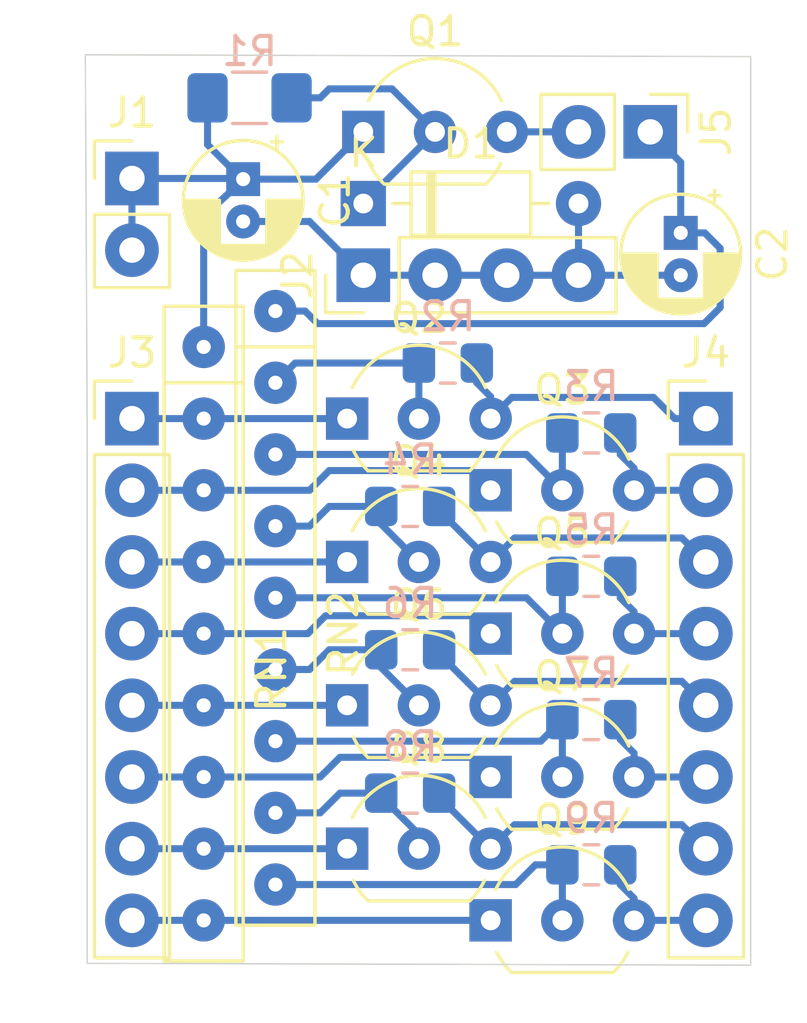
<source format=kicad_pcb>
(kicad_pcb (version 20171130) (host pcbnew "(5.1.5)-3")

  (general
    (thickness 1.6)
    (drawings 6)
    (tracks 146)
    (zones 0)
    (modules 28)
    (nets 30)
  )

  (page A4)
  (layers
    (0 F.Cu signal)
    (31 B.Cu signal)
    (32 B.Adhes user)
    (33 F.Adhes user)
    (34 B.Paste user)
    (35 F.Paste user)
    (36 B.SilkS user)
    (37 F.SilkS user)
    (38 B.Mask user)
    (39 F.Mask user)
    (40 Dwgs.User user)
    (41 Cmts.User user)
    (42 Eco1.User user)
    (43 Eco2.User user)
    (44 Edge.Cuts user)
    (45 Margin user)
    (46 B.CrtYd user)
    (47 F.CrtYd user)
    (48 B.Fab user)
    (49 F.Fab user)
  )

  (setup
    (last_trace_width 0.25)
    (trace_clearance 0.2)
    (zone_clearance 0.508)
    (zone_45_only no)
    (trace_min 0.2)
    (via_size 0.8)
    (via_drill 0.4)
    (via_min_size 0.4)
    (via_min_drill 0.3)
    (uvia_size 0.3)
    (uvia_drill 0.1)
    (uvias_allowed no)
    (uvia_min_size 0.2)
    (uvia_min_drill 0.1)
    (edge_width 0.05)
    (segment_width 0.2)
    (pcb_text_width 0.3)
    (pcb_text_size 1.5 1.5)
    (mod_edge_width 0.12)
    (mod_text_size 1 1)
    (mod_text_width 0.15)
    (pad_size 1.5 1.5)
    (pad_drill 0.7)
    (pad_to_mask_clearance 0.051)
    (solder_mask_min_width 0.25)
    (aux_axis_origin 0 0)
    (grid_origin 12.0015 12.0015)
    (visible_elements 7FFFFFFF)
    (pcbplotparams
      (layerselection 0x01000_fffffffe)
      (usegerberextensions false)
      (usegerberattributes false)
      (usegerberadvancedattributes false)
      (creategerberjobfile false)
      (excludeedgelayer false)
      (linewidth 0.100000)
      (plotframeref false)
      (viasonmask false)
      (mode 1)
      (useauxorigin false)
      (hpglpennumber 1)
      (hpglpenspeed 20)
      (hpglpendiameter 15.000000)
      (psnegative false)
      (psa4output false)
      (plotreference false)
      (plotvalue false)
      (plotinvisibletext false)
      (padsonsilk true)
      (subtractmaskfromsilk false)
      (outputformat 4)
      (mirror false)
      (drillshape 2)
      (scaleselection 1)
      (outputdirectory ""))
  )

  (net 0 "")
  (net 1 GND)
  (net 2 +5V)
  (net 3 +3V3)
  (net 4 "Net-(D1-Pad1)")
  (net 5 /5v_7)
  (net 6 /5v_6)
  (net 7 /5v_5)
  (net 8 /5v_4)
  (net 9 /5v_3)
  (net 10 /5v_2)
  (net 11 /5v_1)
  (net 12 /5v_0)
  (net 13 /3v_7)
  (net 14 /3v_6)
  (net 15 /3v_5)
  (net 16 /3v_4)
  (net 17 /3v_3)
  (net 18 /3v_2)
  (net 19 /3v_1)
  (net 20 /3v_0)
  (net 21 "Net-(J5-Pad2)")
  (net 22 /3v_pu0)
  (net 23 /3v_pu1)
  (net 24 /3v_pu2)
  (net 25 /3v_pu3)
  (net 26 /3v_pu4)
  (net 27 /3v_pu5)
  (net 28 /3v_pu6)
  (net 29 /3v_pu7)

  (net_class Default "Это класс цепей по умолчанию."
    (clearance 0.2)
    (trace_width 0.25)
    (via_dia 0.8)
    (via_drill 0.4)
    (uvia_dia 0.3)
    (uvia_drill 0.1)
    (add_net +3V3)
    (add_net +5V)
    (add_net /3v_0)
    (add_net /3v_1)
    (add_net /3v_2)
    (add_net /3v_3)
    (add_net /3v_4)
    (add_net /3v_5)
    (add_net /3v_6)
    (add_net /3v_7)
    (add_net /3v_pu0)
    (add_net /3v_pu1)
    (add_net /3v_pu2)
    (add_net /3v_pu3)
    (add_net /3v_pu4)
    (add_net /3v_pu5)
    (add_net /3v_pu6)
    (add_net /3v_pu7)
    (add_net /5v_0)
    (add_net /5v_1)
    (add_net /5v_2)
    (add_net /5v_3)
    (add_net /5v_4)
    (add_net /5v_5)
    (add_net /5v_6)
    (add_net /5v_7)
    (add_net GND)
    (add_net "Net-(D1-Pad1)")
    (add_net "Net-(J5-Pad2)")
  )

  (module Package_TO_SOT_THT:TO-92_Inline_Wide (layer F.Cu) (tedit 5E6E53DD) (tstamp 5E648033)
    (at 142.748 93.98)
    (descr "TO-92 leads in-line, wide, drill 0.75mm (see NXP sot054_po.pdf)")
    (tags "to-92 sc-43 sc-43a sot54 PA33 transistor")
    (path /5E6DA3EA)
    (fp_text reference Q1 (at 2.54 -3.56) (layer F.SilkS)
      (effects (font (size 1 1) (thickness 0.15)))
    )
    (fp_text value BC547 (at 2.54 2.79) (layer F.Fab)
      (effects (font (size 1 1) (thickness 0.15)))
    )
    (fp_text user %R (at 2.54 -3.56) (layer F.Fab)
      (effects (font (size 1 1) (thickness 0.15)))
    )
    (fp_line (start 0.74 1.85) (end 4.34 1.85) (layer F.SilkS) (width 0.12))
    (fp_line (start 0.8 1.75) (end 4.3 1.75) (layer F.Fab) (width 0.1))
    (fp_line (start -1.01 -2.73) (end 6.09 -2.73) (layer F.CrtYd) (width 0.05))
    (fp_line (start -1.01 -2.73) (end -1.01 2.01) (layer F.CrtYd) (width 0.05))
    (fp_line (start 6.09 2.01) (end 6.09 -2.73) (layer F.CrtYd) (width 0.05))
    (fp_line (start 6.09 2.01) (end -1.01 2.01) (layer F.CrtYd) (width 0.05))
    (fp_arc (start 2.54 0) (end 0.74 1.85) (angle 20) (layer F.SilkS) (width 0.12))
    (fp_arc (start 2.54 0) (end 2.54 -2.6) (angle -65) (layer F.SilkS) (width 0.12))
    (fp_arc (start 2.54 0) (end 2.54 -2.6) (angle 65) (layer F.SilkS) (width 0.12))
    (fp_arc (start 2.54 0) (end 2.54 -2.48) (angle 135) (layer F.Fab) (width 0.1))
    (fp_arc (start 2.54 0) (end 2.54 -2.48) (angle -135) (layer F.Fab) (width 0.1))
    (fp_arc (start 2.54 0) (end 4.34 1.85) (angle -20) (layer F.SilkS) (width 0.12))
    (pad 2 thru_hole circle (at 2.54 0 90) (size 1.5 1.5) (drill 0.7) (layers *.Cu *.Mask)
      (net 4 "Net-(D1-Pad1)"))
    (pad 3 thru_hole circle (at 5.08 0 90) (size 1.5 1.5) (drill 0.7) (layers *.Cu *.Mask)
      (net 21 "Net-(J5-Pad2)"))
    (pad 1 thru_hole rect (at 0 0 90) (size 1.5 1.5) (drill 0.7) (layers *.Cu *.Mask)
      (net 2 +5V))
    (model ${KISYS3DMOD}/Package_TO_SOT_THT.3dshapes/TO-92_Inline_Wide.wrl
      (at (xyz 0 0 0))
      (scale (xyz 1 1 1))
      (rotate (xyz 0 0 0))
    )
  )

  (module Resistor_SMD:R_1206_3216Metric_Pad1.42x1.75mm_HandSolder (layer B.Cu) (tedit 5B301BBD) (tstamp 5E6480D4)
    (at 138.7205 92.7735 180)
    (descr "Resistor SMD 1206 (3216 Metric), square (rectangular) end terminal, IPC_7351 nominal with elongated pad for handsoldering. (Body size source: http://www.tortai-tech.com/upload/download/2011102023233369053.pdf), generated with kicad-footprint-generator")
    (tags "resistor handsolder")
    (path /5E6DB768)
    (attr smd)
    (fp_text reference R1 (at 0 1.65) (layer B.SilkS)
      (effects (font (size 1 1) (thickness 0.15)) (justify mirror))
    )
    (fp_text value 1k (at 0 -1.65) (layer B.Fab)
      (effects (font (size 1 1) (thickness 0.15)) (justify mirror))
    )
    (fp_text user %R (at 0 0) (layer B.Fab)
      (effects (font (size 0.5 0.5) (thickness 0.08)) (justify mirror))
    )
    (fp_line (start 2.45 -1.12) (end -2.45 -1.12) (layer B.CrtYd) (width 0.05))
    (fp_line (start 2.45 1.12) (end 2.45 -1.12) (layer B.CrtYd) (width 0.05))
    (fp_line (start -2.45 1.12) (end 2.45 1.12) (layer B.CrtYd) (width 0.05))
    (fp_line (start -2.45 -1.12) (end -2.45 1.12) (layer B.CrtYd) (width 0.05))
    (fp_line (start -0.602064 -0.91) (end 0.602064 -0.91) (layer B.SilkS) (width 0.12))
    (fp_line (start -0.602064 0.91) (end 0.602064 0.91) (layer B.SilkS) (width 0.12))
    (fp_line (start 1.6 -0.8) (end -1.6 -0.8) (layer B.Fab) (width 0.1))
    (fp_line (start 1.6 0.8) (end 1.6 -0.8) (layer B.Fab) (width 0.1))
    (fp_line (start -1.6 0.8) (end 1.6 0.8) (layer B.Fab) (width 0.1))
    (fp_line (start -1.6 -0.8) (end -1.6 0.8) (layer B.Fab) (width 0.1))
    (pad 2 smd roundrect (at 1.4875 0 180) (size 1.425 1.75) (layers B.Cu B.Paste B.Mask) (roundrect_rratio 0.175439)
      (net 2 +5V))
    (pad 1 smd roundrect (at -1.4875 0 180) (size 1.425 1.75) (layers B.Cu B.Paste B.Mask) (roundrect_rratio 0.175439)
      (net 4 "Net-(D1-Pad1)"))
    (model ${KISYS3DMOD}/Resistor_SMD.3dshapes/R_1206_3216Metric.wrl
      (at (xyz 0 0 0))
      (scale (xyz 1 1 1))
      (rotate (xyz 0 0 0))
    )
  )

  (module Package_TO_SOT_THT:TO-92_Inline_Wide (layer F.Cu) (tedit 5E6E5926) (tstamp 5E66CBE1)
    (at 147.2565 121.92)
    (descr "TO-92 leads in-line, wide, drill 0.75mm (see NXP sot054_po.pdf)")
    (tags "to-92 sc-43 sc-43a sot54 PA33 transistor")
    (path /5E6AC828)
    (fp_text reference Q9 (at 2.54 -3.56) (layer F.SilkS)
      (effects (font (size 1 1) (thickness 0.15)))
    )
    (fp_text value BC547 (at 2.54 2.79) (layer F.Fab)
      (effects (font (size 1 1) (thickness 0.15)))
    )
    (fp_arc (start 2.54 0) (end 4.34 1.85) (angle -20) (layer F.SilkS) (width 0.12))
    (fp_arc (start 2.54 0) (end 2.54 -2.48) (angle -135) (layer F.Fab) (width 0.1))
    (fp_arc (start 2.54 0) (end 2.54 -2.48) (angle 135) (layer F.Fab) (width 0.1))
    (fp_arc (start 2.54 0) (end 2.54 -2.6) (angle 65) (layer F.SilkS) (width 0.12))
    (fp_arc (start 2.54 0) (end 2.54 -2.6) (angle -65) (layer F.SilkS) (width 0.12))
    (fp_arc (start 2.54 0) (end 0.74 1.85) (angle 20) (layer F.SilkS) (width 0.12))
    (fp_line (start 6.09 2.01) (end -1.01 2.01) (layer F.CrtYd) (width 0.05))
    (fp_line (start 6.09 2.01) (end 6.09 -2.73) (layer F.CrtYd) (width 0.05))
    (fp_line (start -1.01 -2.73) (end -1.01 2.01) (layer F.CrtYd) (width 0.05))
    (fp_line (start -1.01 -2.73) (end 6.09 -2.73) (layer F.CrtYd) (width 0.05))
    (fp_line (start 0.8 1.75) (end 4.3 1.75) (layer F.Fab) (width 0.1))
    (fp_line (start 0.74 1.85) (end 4.34 1.85) (layer F.SilkS) (width 0.12))
    (fp_text user %R (at 2.54 -3.56) (layer F.Fab)
      (effects (font (size 1 1) (thickness 0.15)))
    )
    (pad 1 thru_hole rect (at 0 0 90) (size 1.5 1.5) (drill 0.7) (layers *.Cu *.Mask)
      (net 5 /5v_7))
    (pad 3 thru_hole circle (at 5.08 0 90) (size 1.5 1.5) (drill 0.7) (layers *.Cu *.Mask)
      (net 13 /3v_7))
    (pad 2 thru_hole circle (at 2.54 0 90) (size 1.5 1.5) (drill 0.7) (layers *.Cu *.Mask)
      (net 29 /3v_pu7))
    (model ${KISYS3DMOD}/Package_TO_SOT_THT.3dshapes/TO-92_Inline_Wide.wrl
      (at (xyz 0 0 0))
      (scale (xyz 1 1 1))
      (rotate (xyz 0 0 0))
    )
  )

  (module Package_TO_SOT_THT:TO-92_Inline_Wide (layer F.Cu) (tedit 5E6E590C) (tstamp 5E66CD41)
    (at 142.1765 119.38)
    (descr "TO-92 leads in-line, wide, drill 0.75mm (see NXP sot054_po.pdf)")
    (tags "to-92 sc-43 sc-43a sot54 PA33 transistor")
    (path /5E6A2C8C)
    (fp_text reference Q8 (at 2.54 -3.56) (layer F.SilkS)
      (effects (font (size 1 1) (thickness 0.15)))
    )
    (fp_text value BC547 (at 2.54 2.79) (layer F.Fab)
      (effects (font (size 1 1) (thickness 0.15)))
    )
    (fp_arc (start 2.54 0) (end 4.34 1.85) (angle -20) (layer F.SilkS) (width 0.12))
    (fp_arc (start 2.54 0) (end 2.54 -2.48) (angle -135) (layer F.Fab) (width 0.1))
    (fp_arc (start 2.54 0) (end 2.54 -2.48) (angle 135) (layer F.Fab) (width 0.1))
    (fp_arc (start 2.54 0) (end 2.54 -2.6) (angle 65) (layer F.SilkS) (width 0.12))
    (fp_arc (start 2.54 0) (end 2.54 -2.6) (angle -65) (layer F.SilkS) (width 0.12))
    (fp_arc (start 2.54 0) (end 0.74 1.85) (angle 20) (layer F.SilkS) (width 0.12))
    (fp_line (start 6.09 2.01) (end -1.01 2.01) (layer F.CrtYd) (width 0.05))
    (fp_line (start 6.09 2.01) (end 6.09 -2.73) (layer F.CrtYd) (width 0.05))
    (fp_line (start -1.01 -2.73) (end -1.01 2.01) (layer F.CrtYd) (width 0.05))
    (fp_line (start -1.01 -2.73) (end 6.09 -2.73) (layer F.CrtYd) (width 0.05))
    (fp_line (start 0.8 1.75) (end 4.3 1.75) (layer F.Fab) (width 0.1))
    (fp_line (start 0.74 1.85) (end 4.34 1.85) (layer F.SilkS) (width 0.12))
    (fp_text user %R (at 2.54 -3.56) (layer F.Fab)
      (effects (font (size 1 1) (thickness 0.15)))
    )
    (pad 1 thru_hole rect (at 0 0 90) (size 1.5 1.5) (drill 0.7) (layers *.Cu *.Mask)
      (net 6 /5v_6))
    (pad 3 thru_hole circle (at 5.08 0 90) (size 1.5 1.5) (drill 0.7) (layers *.Cu *.Mask)
      (net 14 /3v_6))
    (pad 2 thru_hole circle (at 2.54 0 90) (size 1.5 1.5) (drill 0.7) (layers *.Cu *.Mask)
      (net 28 /3v_pu6))
    (model ${KISYS3DMOD}/Package_TO_SOT_THT.3dshapes/TO-92_Inline_Wide.wrl
      (at (xyz 0 0 0))
      (scale (xyz 1 1 1))
      (rotate (xyz 0 0 0))
    )
  )

  (module Package_TO_SOT_THT:TO-92_Inline_Wide (layer F.Cu) (tedit 5E6E5921) (tstamp 5E64809F)
    (at 147.2565 116.84)
    (descr "TO-92 leads in-line, wide, drill 0.75mm (see NXP sot054_po.pdf)")
    (tags "to-92 sc-43 sc-43a sot54 PA33 transistor")
    (path /5E69D08C)
    (fp_text reference Q7 (at 2.54 -3.56) (layer F.SilkS)
      (effects (font (size 1 1) (thickness 0.15)))
    )
    (fp_text value BC547 (at 2.54 2.79) (layer F.Fab)
      (effects (font (size 1 1) (thickness 0.15)))
    )
    (fp_arc (start 2.54 0) (end 4.34 1.85) (angle -20) (layer F.SilkS) (width 0.12))
    (fp_arc (start 2.54 0) (end 2.54 -2.48) (angle -135) (layer F.Fab) (width 0.1))
    (fp_arc (start 2.54 0) (end 2.54 -2.48) (angle 135) (layer F.Fab) (width 0.1))
    (fp_arc (start 2.54 0) (end 2.54 -2.6) (angle 65) (layer F.SilkS) (width 0.12))
    (fp_arc (start 2.54 0) (end 2.54 -2.6) (angle -65) (layer F.SilkS) (width 0.12))
    (fp_arc (start 2.54 0) (end 0.74 1.85) (angle 20) (layer F.SilkS) (width 0.12))
    (fp_line (start 6.09 2.01) (end -1.01 2.01) (layer F.CrtYd) (width 0.05))
    (fp_line (start 6.09 2.01) (end 6.09 -2.73) (layer F.CrtYd) (width 0.05))
    (fp_line (start -1.01 -2.73) (end -1.01 2.01) (layer F.CrtYd) (width 0.05))
    (fp_line (start -1.01 -2.73) (end 6.09 -2.73) (layer F.CrtYd) (width 0.05))
    (fp_line (start 0.8 1.75) (end 4.3 1.75) (layer F.Fab) (width 0.1))
    (fp_line (start 0.74 1.85) (end 4.34 1.85) (layer F.SilkS) (width 0.12))
    (fp_text user %R (at 2.54 -3.56) (layer F.Fab)
      (effects (font (size 1 1) (thickness 0.15)))
    )
    (pad 1 thru_hole rect (at 0 0 90) (size 1.5 1.5) (drill 0.7) (layers *.Cu *.Mask)
      (net 7 /5v_5))
    (pad 3 thru_hole circle (at 5.08 0 90) (size 1.5 1.5) (drill 0.7) (layers *.Cu *.Mask)
      (net 15 /3v_5))
    (pad 2 thru_hole circle (at 2.54 0 90) (size 1.5 1.5) (drill 0.7) (layers *.Cu *.Mask)
      (net 27 /3v_pu5))
    (model ${KISYS3DMOD}/Package_TO_SOT_THT.3dshapes/TO-92_Inline_Wide.wrl
      (at (xyz 0 0 0))
      (scale (xyz 1 1 1))
      (rotate (xyz 0 0 0))
    )
  )

  (module Package_TO_SOT_THT:TO-92_Inline_Wide (layer F.Cu) (tedit 5E6E5907) (tstamp 5E64808D)
    (at 142.1765 114.3)
    (descr "TO-92 leads in-line, wide, drill 0.75mm (see NXP sot054_po.pdf)")
    (tags "to-92 sc-43 sc-43a sot54 PA33 transistor")
    (path /5E68B762)
    (fp_text reference Q6 (at 2.54 -3.56) (layer F.SilkS)
      (effects (font (size 1 1) (thickness 0.15)))
    )
    (fp_text value BC547 (at 2.54 2.79) (layer F.Fab)
      (effects (font (size 1 1) (thickness 0.15)))
    )
    (fp_arc (start 2.54 0) (end 4.34 1.85) (angle -20) (layer F.SilkS) (width 0.12))
    (fp_arc (start 2.54 0) (end 2.54 -2.48) (angle -135) (layer F.Fab) (width 0.1))
    (fp_arc (start 2.54 0) (end 2.54 -2.48) (angle 135) (layer F.Fab) (width 0.1))
    (fp_arc (start 2.54 0) (end 2.54 -2.6) (angle 65) (layer F.SilkS) (width 0.12))
    (fp_arc (start 2.54 0) (end 2.54 -2.6) (angle -65) (layer F.SilkS) (width 0.12))
    (fp_arc (start 2.54 0) (end 0.74 1.85) (angle 20) (layer F.SilkS) (width 0.12))
    (fp_line (start 6.09 2.01) (end -1.01 2.01) (layer F.CrtYd) (width 0.05))
    (fp_line (start 6.09 2.01) (end 6.09 -2.73) (layer F.CrtYd) (width 0.05))
    (fp_line (start -1.01 -2.73) (end -1.01 2.01) (layer F.CrtYd) (width 0.05))
    (fp_line (start -1.01 -2.73) (end 6.09 -2.73) (layer F.CrtYd) (width 0.05))
    (fp_line (start 0.8 1.75) (end 4.3 1.75) (layer F.Fab) (width 0.1))
    (fp_line (start 0.74 1.85) (end 4.34 1.85) (layer F.SilkS) (width 0.12))
    (fp_text user %R (at 2.54 -3.56) (layer F.Fab)
      (effects (font (size 1 1) (thickness 0.15)))
    )
    (pad 1 thru_hole rect (at 0 0 90) (size 1.5 1.5) (drill 0.7) (layers *.Cu *.Mask)
      (net 8 /5v_4))
    (pad 3 thru_hole circle (at 5.08 0 90) (size 1.5 1.5) (drill 0.7) (layers *.Cu *.Mask)
      (net 16 /3v_4))
    (pad 2 thru_hole circle (at 2.54 0 90) (size 1.5 1.5) (drill 0.7) (layers *.Cu *.Mask)
      (net 26 /3v_pu4))
    (model ${KISYS3DMOD}/Package_TO_SOT_THT.3dshapes/TO-92_Inline_Wide.wrl
      (at (xyz 0 0 0))
      (scale (xyz 1 1 1))
      (rotate (xyz 0 0 0))
    )
  )

  (module Package_TO_SOT_THT:TO-92_Inline_Wide (layer F.Cu) (tedit 5E6E591C) (tstamp 5E64807B)
    (at 147.2565 111.76)
    (descr "TO-92 leads in-line, wide, drill 0.75mm (see NXP sot054_po.pdf)")
    (tags "to-92 sc-43 sc-43a sot54 PA33 transistor")
    (path /5E6AC80B)
    (fp_text reference Q5 (at 2.54 -3.56) (layer F.SilkS)
      (effects (font (size 1 1) (thickness 0.15)))
    )
    (fp_text value BC547 (at 2.54 2.79) (layer F.Fab)
      (effects (font (size 1 1) (thickness 0.15)))
    )
    (fp_arc (start 2.54 0) (end 4.34 1.85) (angle -20) (layer F.SilkS) (width 0.12))
    (fp_arc (start 2.54 0) (end 2.54 -2.48) (angle -135) (layer F.Fab) (width 0.1))
    (fp_arc (start 2.54 0) (end 2.54 -2.48) (angle 135) (layer F.Fab) (width 0.1))
    (fp_arc (start 2.54 0) (end 2.54 -2.6) (angle 65) (layer F.SilkS) (width 0.12))
    (fp_arc (start 2.54 0) (end 2.54 -2.6) (angle -65) (layer F.SilkS) (width 0.12))
    (fp_arc (start 2.54 0) (end 0.74 1.85) (angle 20) (layer F.SilkS) (width 0.12))
    (fp_line (start 6.09 2.01) (end -1.01 2.01) (layer F.CrtYd) (width 0.05))
    (fp_line (start 6.09 2.01) (end 6.09 -2.73) (layer F.CrtYd) (width 0.05))
    (fp_line (start -1.01 -2.73) (end -1.01 2.01) (layer F.CrtYd) (width 0.05))
    (fp_line (start -1.01 -2.73) (end 6.09 -2.73) (layer F.CrtYd) (width 0.05))
    (fp_line (start 0.8 1.75) (end 4.3 1.75) (layer F.Fab) (width 0.1))
    (fp_line (start 0.74 1.85) (end 4.34 1.85) (layer F.SilkS) (width 0.12))
    (fp_text user %R (at 2.54 -3.56) (layer F.Fab)
      (effects (font (size 1 1) (thickness 0.15)))
    )
    (pad 1 thru_hole rect (at 0 0 90) (size 1.5 1.5) (drill 0.7) (layers *.Cu *.Mask)
      (net 9 /5v_3))
    (pad 3 thru_hole circle (at 5.08 0 90) (size 1.5 1.5) (drill 0.7) (layers *.Cu *.Mask)
      (net 17 /3v_3))
    (pad 2 thru_hole circle (at 2.54 0 90) (size 1.5 1.5) (drill 0.7) (layers *.Cu *.Mask)
      (net 25 /3v_pu3))
    (model ${KISYS3DMOD}/Package_TO_SOT_THT.3dshapes/TO-92_Inline_Wide.wrl
      (at (xyz 0 0 0))
      (scale (xyz 1 1 1))
      (rotate (xyz 0 0 0))
    )
  )

  (module Package_TO_SOT_THT:TO-92_Inline_Wide (layer F.Cu) (tedit 5E6E5903) (tstamp 5E648069)
    (at 142.1765 109.22)
    (descr "TO-92 leads in-line, wide, drill 0.75mm (see NXP sot054_po.pdf)")
    (tags "to-92 sc-43 sc-43a sot54 PA33 transistor")
    (path /5E6A2C6F)
    (fp_text reference Q4 (at 2.54 -3.56) (layer F.SilkS)
      (effects (font (size 1 1) (thickness 0.15)))
    )
    (fp_text value BC547 (at 2.54 2.79) (layer F.Fab)
      (effects (font (size 1 1) (thickness 0.15)))
    )
    (fp_arc (start 2.54 0) (end 4.34 1.85) (angle -20) (layer F.SilkS) (width 0.12))
    (fp_arc (start 2.54 0) (end 2.54 -2.48) (angle -135) (layer F.Fab) (width 0.1))
    (fp_arc (start 2.54 0) (end 2.54 -2.48) (angle 135) (layer F.Fab) (width 0.1))
    (fp_arc (start 2.54 0) (end 2.54 -2.6) (angle 65) (layer F.SilkS) (width 0.12))
    (fp_arc (start 2.54 0) (end 2.54 -2.6) (angle -65) (layer F.SilkS) (width 0.12))
    (fp_arc (start 2.54 0) (end 0.74 1.85) (angle 20) (layer F.SilkS) (width 0.12))
    (fp_line (start 6.09 2.01) (end -1.01 2.01) (layer F.CrtYd) (width 0.05))
    (fp_line (start 6.09 2.01) (end 6.09 -2.73) (layer F.CrtYd) (width 0.05))
    (fp_line (start -1.01 -2.73) (end -1.01 2.01) (layer F.CrtYd) (width 0.05))
    (fp_line (start -1.01 -2.73) (end 6.09 -2.73) (layer F.CrtYd) (width 0.05))
    (fp_line (start 0.8 1.75) (end 4.3 1.75) (layer F.Fab) (width 0.1))
    (fp_line (start 0.74 1.85) (end 4.34 1.85) (layer F.SilkS) (width 0.12))
    (fp_text user %R (at 2.54 -3.56) (layer F.Fab)
      (effects (font (size 1 1) (thickness 0.15)))
    )
    (pad 1 thru_hole rect (at 0 0 90) (size 1.5 1.5) (drill 0.7) (layers *.Cu *.Mask)
      (net 10 /5v_2))
    (pad 3 thru_hole circle (at 5.08 0 90) (size 1.5 1.5) (drill 0.7) (layers *.Cu *.Mask)
      (net 18 /3v_2))
    (pad 2 thru_hole circle (at 2.54 0 90) (size 1.5 1.5) (drill 0.7) (layers *.Cu *.Mask)
      (net 24 /3v_pu2))
    (model ${KISYS3DMOD}/Package_TO_SOT_THT.3dshapes/TO-92_Inline_Wide.wrl
      (at (xyz 0 0 0))
      (scale (xyz 1 1 1))
      (rotate (xyz 0 0 0))
    )
  )

  (module Package_TO_SOT_THT:TO-92_Inline_Wide (layer F.Cu) (tedit 5E6E5917) (tstamp 5E648057)
    (at 147.2565 106.68)
    (descr "TO-92 leads in-line, wide, drill 0.75mm (see NXP sot054_po.pdf)")
    (tags "to-92 sc-43 sc-43a sot54 PA33 transistor")
    (path /5E69D06F)
    (fp_text reference Q3 (at 2.54 -3.56) (layer F.SilkS)
      (effects (font (size 1 1) (thickness 0.15)))
    )
    (fp_text value BC547 (at 2.54 2.79) (layer F.Fab)
      (effects (font (size 1 1) (thickness 0.15)))
    )
    (fp_arc (start 2.54 0) (end 4.34 1.85) (angle -20) (layer F.SilkS) (width 0.12))
    (fp_arc (start 2.54 0) (end 2.54 -2.48) (angle -135) (layer F.Fab) (width 0.1))
    (fp_arc (start 2.54 0) (end 2.54 -2.48) (angle 135) (layer F.Fab) (width 0.1))
    (fp_arc (start 2.54 0) (end 2.54 -2.6) (angle 65) (layer F.SilkS) (width 0.12))
    (fp_arc (start 2.54 0) (end 2.54 -2.6) (angle -65) (layer F.SilkS) (width 0.12))
    (fp_arc (start 2.54 0) (end 0.74 1.85) (angle 20) (layer F.SilkS) (width 0.12))
    (fp_line (start 6.09 2.01) (end -1.01 2.01) (layer F.CrtYd) (width 0.05))
    (fp_line (start 6.09 2.01) (end 6.09 -2.73) (layer F.CrtYd) (width 0.05))
    (fp_line (start -1.01 -2.73) (end -1.01 2.01) (layer F.CrtYd) (width 0.05))
    (fp_line (start -1.01 -2.73) (end 6.09 -2.73) (layer F.CrtYd) (width 0.05))
    (fp_line (start 0.8 1.75) (end 4.3 1.75) (layer F.Fab) (width 0.1))
    (fp_line (start 0.74 1.85) (end 4.34 1.85) (layer F.SilkS) (width 0.12))
    (fp_text user %R (at 2.54 -3.56) (layer F.Fab)
      (effects (font (size 1 1) (thickness 0.15)))
    )
    (pad 1 thru_hole rect (at 0 0 90) (size 1.5 1.5) (drill 0.7) (layers *.Cu *.Mask)
      (net 11 /5v_1))
    (pad 3 thru_hole circle (at 5.08 0 90) (size 1.5 1.5) (drill 0.7) (layers *.Cu *.Mask)
      (net 19 /3v_1))
    (pad 2 thru_hole circle (at 2.54 0 90) (size 1.5 1.5) (drill 0.7) (layers *.Cu *.Mask)
      (net 23 /3v_pu1))
    (model ${KISYS3DMOD}/Package_TO_SOT_THT.3dshapes/TO-92_Inline_Wide.wrl
      (at (xyz 0 0 0))
      (scale (xyz 1 1 1))
      (rotate (xyz 0 0 0))
    )
  )

  (module Package_TO_SOT_THT:TO-92_Inline_Wide (layer F.Cu) (tedit 5E6E58FA) (tstamp 5E648045)
    (at 142.1765 104.14)
    (descr "TO-92 leads in-line, wide, drill 0.75mm (see NXP sot054_po.pdf)")
    (tags "to-92 sc-43 sc-43a sot54 PA33 transistor")
    (path /5E641BE5)
    (fp_text reference Q2 (at 2.54 -3.56) (layer F.SilkS)
      (effects (font (size 1 1) (thickness 0.15)))
    )
    (fp_text value BC547 (at 2.54 2.79) (layer F.Fab)
      (effects (font (size 1 1) (thickness 0.15)))
    )
    (fp_arc (start 2.54 0) (end 4.34 1.85) (angle -20) (layer F.SilkS) (width 0.12))
    (fp_arc (start 2.54 0) (end 2.54 -2.48) (angle -135) (layer F.Fab) (width 0.1))
    (fp_arc (start 2.54 0) (end 2.54 -2.48) (angle 135) (layer F.Fab) (width 0.1))
    (fp_arc (start 2.54 0) (end 2.54 -2.6) (angle 65) (layer F.SilkS) (width 0.12))
    (fp_arc (start 2.54 0) (end 2.54 -2.6) (angle -65) (layer F.SilkS) (width 0.12))
    (fp_arc (start 2.54 0) (end 0.74 1.85) (angle 20) (layer F.SilkS) (width 0.12))
    (fp_line (start 6.09 2.01) (end -1.01 2.01) (layer F.CrtYd) (width 0.05))
    (fp_line (start 6.09 2.01) (end 6.09 -2.73) (layer F.CrtYd) (width 0.05))
    (fp_line (start -1.01 -2.73) (end -1.01 2.01) (layer F.CrtYd) (width 0.05))
    (fp_line (start -1.01 -2.73) (end 6.09 -2.73) (layer F.CrtYd) (width 0.05))
    (fp_line (start 0.8 1.75) (end 4.3 1.75) (layer F.Fab) (width 0.1))
    (fp_line (start 0.74 1.85) (end 4.34 1.85) (layer F.SilkS) (width 0.12))
    (fp_text user %R (at 2.54 -3.56) (layer F.Fab)
      (effects (font (size 1 1) (thickness 0.15)))
    )
    (pad 1 thru_hole rect (at 0 0 90) (size 1.5 1.5) (drill 0.7) (layers *.Cu *.Mask)
      (net 12 /5v_0))
    (pad 3 thru_hole circle (at 5.08 0 90) (size 1.5 1.5) (drill 0.7) (layers *.Cu *.Mask)
      (net 20 /3v_0))
    (pad 2 thru_hole circle (at 2.54 0 90) (size 1.5 1.5) (drill 0.7) (layers *.Cu *.Mask)
      (net 22 /3v_pu0))
    (model ${KISYS3DMOD}/Package_TO_SOT_THT.3dshapes/TO-92_Inline_Wide.wrl
      (at (xyz 0 0 0))
      (scale (xyz 1 1 1))
      (rotate (xyz 0 0 0))
    )
  )

  (module Capacitor_THT:CP_Radial_D4.0mm_P1.50mm (layer F.Cu) (tedit 5E6E53B4) (tstamp 5E647F1B)
    (at 138.4935 95.655 270)
    (descr "CP, Radial series, Radial, pin pitch=1.50mm, , diameter=4mm, Electrolytic Capacitor")
    (tags "CP Radial series Radial pin pitch 1.50mm  diameter 4mm Electrolytic Capacitor")
    (path /5E77AC2E)
    (fp_text reference C1 (at 0.75 -3.25 90) (layer F.SilkS)
      (effects (font (size 1 1) (thickness 0.15)))
    )
    (fp_text value 10u (at 0.75 3.25 90) (layer F.Fab)
      (effects (font (size 1 1) (thickness 0.15)))
    )
    (fp_circle (center 0.75 0) (end 2.75 0) (layer F.Fab) (width 0.1))
    (fp_circle (center 0.75 0) (end 2.87 0) (layer F.SilkS) (width 0.12))
    (fp_circle (center 0.75 0) (end 3 0) (layer F.CrtYd) (width 0.05))
    (fp_line (start -0.952554 -0.8675) (end -0.552554 -0.8675) (layer F.Fab) (width 0.1))
    (fp_line (start -0.752554 -1.0675) (end -0.752554 -0.6675) (layer F.Fab) (width 0.1))
    (fp_line (start 0.75 0.84) (end 0.75 2.08) (layer F.SilkS) (width 0.12))
    (fp_line (start 0.75 -2.08) (end 0.75 -0.84) (layer F.SilkS) (width 0.12))
    (fp_line (start 0.79 0.84) (end 0.79 2.08) (layer F.SilkS) (width 0.12))
    (fp_line (start 0.79 -2.08) (end 0.79 -0.84) (layer F.SilkS) (width 0.12))
    (fp_line (start 0.83 0.84) (end 0.83 2.079) (layer F.SilkS) (width 0.12))
    (fp_line (start 0.83 -2.079) (end 0.83 -0.84) (layer F.SilkS) (width 0.12))
    (fp_line (start 0.87 -2.077) (end 0.87 -0.84) (layer F.SilkS) (width 0.12))
    (fp_line (start 0.87 0.84) (end 0.87 2.077) (layer F.SilkS) (width 0.12))
    (fp_line (start 0.91 -2.074) (end 0.91 -0.84) (layer F.SilkS) (width 0.12))
    (fp_line (start 0.91 0.84) (end 0.91 2.074) (layer F.SilkS) (width 0.12))
    (fp_line (start 0.95 -2.071) (end 0.95 -0.84) (layer F.SilkS) (width 0.12))
    (fp_line (start 0.95 0.84) (end 0.95 2.071) (layer F.SilkS) (width 0.12))
    (fp_line (start 0.99 -2.067) (end 0.99 -0.84) (layer F.SilkS) (width 0.12))
    (fp_line (start 0.99 0.84) (end 0.99 2.067) (layer F.SilkS) (width 0.12))
    (fp_line (start 1.03 -2.062) (end 1.03 -0.84) (layer F.SilkS) (width 0.12))
    (fp_line (start 1.03 0.84) (end 1.03 2.062) (layer F.SilkS) (width 0.12))
    (fp_line (start 1.07 -2.056) (end 1.07 -0.84) (layer F.SilkS) (width 0.12))
    (fp_line (start 1.07 0.84) (end 1.07 2.056) (layer F.SilkS) (width 0.12))
    (fp_line (start 1.11 -2.05) (end 1.11 -0.84) (layer F.SilkS) (width 0.12))
    (fp_line (start 1.11 0.84) (end 1.11 2.05) (layer F.SilkS) (width 0.12))
    (fp_line (start 1.15 -2.042) (end 1.15 -0.84) (layer F.SilkS) (width 0.12))
    (fp_line (start 1.15 0.84) (end 1.15 2.042) (layer F.SilkS) (width 0.12))
    (fp_line (start 1.19 -2.034) (end 1.19 -0.84) (layer F.SilkS) (width 0.12))
    (fp_line (start 1.19 0.84) (end 1.19 2.034) (layer F.SilkS) (width 0.12))
    (fp_line (start 1.23 -2.025) (end 1.23 -0.84) (layer F.SilkS) (width 0.12))
    (fp_line (start 1.23 0.84) (end 1.23 2.025) (layer F.SilkS) (width 0.12))
    (fp_line (start 1.27 -2.016) (end 1.27 -0.84) (layer F.SilkS) (width 0.12))
    (fp_line (start 1.27 0.84) (end 1.27 2.016) (layer F.SilkS) (width 0.12))
    (fp_line (start 1.31 -2.005) (end 1.31 -0.84) (layer F.SilkS) (width 0.12))
    (fp_line (start 1.31 0.84) (end 1.31 2.005) (layer F.SilkS) (width 0.12))
    (fp_line (start 1.35 -1.994) (end 1.35 -0.84) (layer F.SilkS) (width 0.12))
    (fp_line (start 1.35 0.84) (end 1.35 1.994) (layer F.SilkS) (width 0.12))
    (fp_line (start 1.39 -1.982) (end 1.39 -0.84) (layer F.SilkS) (width 0.12))
    (fp_line (start 1.39 0.84) (end 1.39 1.982) (layer F.SilkS) (width 0.12))
    (fp_line (start 1.43 -1.968) (end 1.43 -0.84) (layer F.SilkS) (width 0.12))
    (fp_line (start 1.43 0.84) (end 1.43 1.968) (layer F.SilkS) (width 0.12))
    (fp_line (start 1.471 -1.954) (end 1.471 -0.84) (layer F.SilkS) (width 0.12))
    (fp_line (start 1.471 0.84) (end 1.471 1.954) (layer F.SilkS) (width 0.12))
    (fp_line (start 1.511 -1.94) (end 1.511 -0.84) (layer F.SilkS) (width 0.12))
    (fp_line (start 1.511 0.84) (end 1.511 1.94) (layer F.SilkS) (width 0.12))
    (fp_line (start 1.551 -1.924) (end 1.551 -0.84) (layer F.SilkS) (width 0.12))
    (fp_line (start 1.551 0.84) (end 1.551 1.924) (layer F.SilkS) (width 0.12))
    (fp_line (start 1.591 -1.907) (end 1.591 -0.84) (layer F.SilkS) (width 0.12))
    (fp_line (start 1.591 0.84) (end 1.591 1.907) (layer F.SilkS) (width 0.12))
    (fp_line (start 1.631 -1.889) (end 1.631 -0.84) (layer F.SilkS) (width 0.12))
    (fp_line (start 1.631 0.84) (end 1.631 1.889) (layer F.SilkS) (width 0.12))
    (fp_line (start 1.671 -1.87) (end 1.671 -0.84) (layer F.SilkS) (width 0.12))
    (fp_line (start 1.671 0.84) (end 1.671 1.87) (layer F.SilkS) (width 0.12))
    (fp_line (start 1.711 -1.851) (end 1.711 -0.84) (layer F.SilkS) (width 0.12))
    (fp_line (start 1.711 0.84) (end 1.711 1.851) (layer F.SilkS) (width 0.12))
    (fp_line (start 1.751 -1.83) (end 1.751 -0.84) (layer F.SilkS) (width 0.12))
    (fp_line (start 1.751 0.84) (end 1.751 1.83) (layer F.SilkS) (width 0.12))
    (fp_line (start 1.791 -1.808) (end 1.791 -0.84) (layer F.SilkS) (width 0.12))
    (fp_line (start 1.791 0.84) (end 1.791 1.808) (layer F.SilkS) (width 0.12))
    (fp_line (start 1.831 -1.785) (end 1.831 -0.84) (layer F.SilkS) (width 0.12))
    (fp_line (start 1.831 0.84) (end 1.831 1.785) (layer F.SilkS) (width 0.12))
    (fp_line (start 1.871 -1.76) (end 1.871 -0.84) (layer F.SilkS) (width 0.12))
    (fp_line (start 1.871 0.84) (end 1.871 1.76) (layer F.SilkS) (width 0.12))
    (fp_line (start 1.911 -1.735) (end 1.911 -0.84) (layer F.SilkS) (width 0.12))
    (fp_line (start 1.911 0.84) (end 1.911 1.735) (layer F.SilkS) (width 0.12))
    (fp_line (start 1.951 -1.708) (end 1.951 -0.84) (layer F.SilkS) (width 0.12))
    (fp_line (start 1.951 0.84) (end 1.951 1.708) (layer F.SilkS) (width 0.12))
    (fp_line (start 1.991 -1.68) (end 1.991 -0.84) (layer F.SilkS) (width 0.12))
    (fp_line (start 1.991 0.84) (end 1.991 1.68) (layer F.SilkS) (width 0.12))
    (fp_line (start 2.031 -1.65) (end 2.031 -0.84) (layer F.SilkS) (width 0.12))
    (fp_line (start 2.031 0.84) (end 2.031 1.65) (layer F.SilkS) (width 0.12))
    (fp_line (start 2.071 -1.619) (end 2.071 -0.84) (layer F.SilkS) (width 0.12))
    (fp_line (start 2.071 0.84) (end 2.071 1.619) (layer F.SilkS) (width 0.12))
    (fp_line (start 2.111 -1.587) (end 2.111 -0.84) (layer F.SilkS) (width 0.12))
    (fp_line (start 2.111 0.84) (end 2.111 1.587) (layer F.SilkS) (width 0.12))
    (fp_line (start 2.151 -1.552) (end 2.151 -0.84) (layer F.SilkS) (width 0.12))
    (fp_line (start 2.151 0.84) (end 2.151 1.552) (layer F.SilkS) (width 0.12))
    (fp_line (start 2.191 -1.516) (end 2.191 -0.84) (layer F.SilkS) (width 0.12))
    (fp_line (start 2.191 0.84) (end 2.191 1.516) (layer F.SilkS) (width 0.12))
    (fp_line (start 2.231 -1.478) (end 2.231 -0.84) (layer F.SilkS) (width 0.12))
    (fp_line (start 2.231 0.84) (end 2.231 1.478) (layer F.SilkS) (width 0.12))
    (fp_line (start 2.271 -1.438) (end 2.271 -0.84) (layer F.SilkS) (width 0.12))
    (fp_line (start 2.271 0.84) (end 2.271 1.438) (layer F.SilkS) (width 0.12))
    (fp_line (start 2.311 -1.396) (end 2.311 -0.84) (layer F.SilkS) (width 0.12))
    (fp_line (start 2.311 0.84) (end 2.311 1.396) (layer F.SilkS) (width 0.12))
    (fp_line (start 2.351 -1.351) (end 2.351 1.351) (layer F.SilkS) (width 0.12))
    (fp_line (start 2.391 -1.304) (end 2.391 1.304) (layer F.SilkS) (width 0.12))
    (fp_line (start 2.431 -1.254) (end 2.431 1.254) (layer F.SilkS) (width 0.12))
    (fp_line (start 2.471 -1.2) (end 2.471 1.2) (layer F.SilkS) (width 0.12))
    (fp_line (start 2.511 -1.142) (end 2.511 1.142) (layer F.SilkS) (width 0.12))
    (fp_line (start 2.551 -1.08) (end 2.551 1.08) (layer F.SilkS) (width 0.12))
    (fp_line (start 2.591 -1.013) (end 2.591 1.013) (layer F.SilkS) (width 0.12))
    (fp_line (start 2.631 -0.94) (end 2.631 0.94) (layer F.SilkS) (width 0.12))
    (fp_line (start 2.671 -0.859) (end 2.671 0.859) (layer F.SilkS) (width 0.12))
    (fp_line (start 2.711 -0.768) (end 2.711 0.768) (layer F.SilkS) (width 0.12))
    (fp_line (start 2.751 -0.664) (end 2.751 0.664) (layer F.SilkS) (width 0.12))
    (fp_line (start 2.791 -0.537) (end 2.791 0.537) (layer F.SilkS) (width 0.12))
    (fp_line (start 2.831 -0.37) (end 2.831 0.37) (layer F.SilkS) (width 0.12))
    (fp_line (start -1.519801 -1.195) (end -1.119801 -1.195) (layer F.SilkS) (width 0.12))
    (fp_line (start -1.319801 -1.395) (end -1.319801 -0.995) (layer F.SilkS) (width 0.12))
    (fp_text user %R (at 0.75 0 90) (layer F.Fab)
      (effects (font (size 0.8 0.8) (thickness 0.12)))
    )
    (pad 1 thru_hole rect (at 0 0 270) (size 1.2 1.2) (drill 0.5) (layers *.Cu *.Mask)
      (net 2 +5V))
    (pad 2 thru_hole circle (at 1.5 0 270) (size 1.2 1.2) (drill 0.5) (layers *.Cu *.Mask)
      (net 1 GND))
    (model ${KISYS3DMOD}/Capacitor_THT.3dshapes/CP_Radial_D4.0mm_P1.50mm.wrl
      (at (xyz 0 0 0))
      (scale (xyz 1 1 1))
      (rotate (xyz 0 0 0))
    )
  )

  (module Resistor_THT:R_Array_SIP9 (layer F.Cu) (tedit 5E6E5393) (tstamp 5E648194)
    (at 139.6365 100.33 270)
    (descr "9-pin Resistor SIP pack")
    (tags R)
    (path /5E6476C8)
    (fp_text reference RN2 (at 11.43 -2.4 90) (layer F.SilkS)
      (effects (font (size 1 1) (thickness 0.15)))
    )
    (fp_text value "8 x 1k" (at 11.43 2.4 90) (layer F.Fab)
      (effects (font (size 1 1) (thickness 0.15)))
    )
    (fp_text user %R (at 10.16 0 90) (layer F.Fab)
      (effects (font (size 1 1) (thickness 0.15)))
    )
    (fp_line (start -1.29 -1.25) (end -1.29 1.25) (layer F.Fab) (width 0.1))
    (fp_line (start -1.29 1.25) (end 21.61 1.25) (layer F.Fab) (width 0.1))
    (fp_line (start 21.61 1.25) (end 21.61 -1.25) (layer F.Fab) (width 0.1))
    (fp_line (start 21.61 -1.25) (end -1.29 -1.25) (layer F.Fab) (width 0.1))
    (fp_line (start 1.27 -1.25) (end 1.27 1.25) (layer F.Fab) (width 0.1))
    (fp_line (start -1.44 -1.4) (end -1.44 1.4) (layer F.SilkS) (width 0.12))
    (fp_line (start -1.44 1.4) (end 21.76 1.4) (layer F.SilkS) (width 0.12))
    (fp_line (start 21.76 1.4) (end 21.76 -1.4) (layer F.SilkS) (width 0.12))
    (fp_line (start 21.76 -1.4) (end -1.44 -1.4) (layer F.SilkS) (width 0.12))
    (fp_line (start 1.27 -1.4) (end 1.27 1.4) (layer F.SilkS) (width 0.12))
    (fp_line (start -1.7 -1.65) (end -1.7 1.65) (layer F.CrtYd) (width 0.05))
    (fp_line (start -1.7 1.65) (end 22.05 1.65) (layer F.CrtYd) (width 0.05))
    (fp_line (start 22.05 1.65) (end 22.05 -1.65) (layer F.CrtYd) (width 0.05))
    (fp_line (start 22.05 -1.65) (end -1.7 -1.65) (layer F.CrtYd) (width 0.05))
    (pad 1 thru_hole circle (at 0 0 270) (size 1.5 1.5) (drill 0.5) (layers *.Cu *.Mask)
      (net 3 +3V3))
    (pad 2 thru_hole circle (at 2.54 0 270) (size 1.5 1.5) (drill 0.5) (layers *.Cu *.Mask)
      (net 22 /3v_pu0))
    (pad 3 thru_hole circle (at 5.08 0 270) (size 1.5 1.5) (drill 0.5) (layers *.Cu *.Mask)
      (net 23 /3v_pu1))
    (pad 4 thru_hole circle (at 7.62 0 270) (size 1.5 1.5) (drill 0.5) (layers *.Cu *.Mask)
      (net 24 /3v_pu2))
    (pad 5 thru_hole circle (at 10.16 0 270) (size 1.5 1.5) (drill 0.5) (layers *.Cu *.Mask)
      (net 25 /3v_pu3))
    (pad 6 thru_hole circle (at 12.7 0 270) (size 1.5 1.5) (drill 0.5) (layers *.Cu *.Mask)
      (net 26 /3v_pu4))
    (pad 7 thru_hole circle (at 15.24 0 270) (size 1.5 1.5) (drill 0.5) (layers *.Cu *.Mask)
      (net 27 /3v_pu5))
    (pad 8 thru_hole circle (at 17.78 0 270) (size 1.5 1.5) (drill 0.5) (layers *.Cu *.Mask)
      (net 28 /3v_pu6))
    (pad 9 thru_hole circle (at 20.32 0 270) (size 1.5 1.5) (drill 0.5) (layers *.Cu *.Mask)
      (net 29 /3v_pu7))
    (model ${KISYS3DMOD}/Resistor_THT.3dshapes/R_Array_SIP9.wrl
      (at (xyz 0 0 0))
      (scale (xyz 1 1 1))
      (rotate (xyz 0 0 0))
    )
  )

  (module Resistor_THT:R_Array_SIP9 (layer F.Cu) (tedit 5E6E52F0) (tstamp 5E66CAFF)
    (at 137.0965 101.6 270)
    (descr "9-pin Resistor SIP pack")
    (tags R)
    (path /5E645D40)
    (fp_text reference RN1 (at 11.43 -2.4 90) (layer F.SilkS)
      (effects (font (size 1 1) (thickness 0.15)))
    )
    (fp_text value "8 x 10k" (at 11.43 2.4 90) (layer F.Fab)
      (effects (font (size 1 1) (thickness 0.15)))
    )
    (fp_text user %R (at 10.16 0 90) (layer F.Fab)
      (effects (font (size 1 1) (thickness 0.15)))
    )
    (fp_line (start -1.29 -1.25) (end -1.29 1.25) (layer F.Fab) (width 0.1))
    (fp_line (start -1.29 1.25) (end 21.61 1.25) (layer F.Fab) (width 0.1))
    (fp_line (start 21.61 1.25) (end 21.61 -1.25) (layer F.Fab) (width 0.1))
    (fp_line (start 21.61 -1.25) (end -1.29 -1.25) (layer F.Fab) (width 0.1))
    (fp_line (start 1.27 -1.25) (end 1.27 1.25) (layer F.Fab) (width 0.1))
    (fp_line (start -1.44 -1.4) (end -1.44 1.4) (layer F.SilkS) (width 0.12))
    (fp_line (start -1.44 1.4) (end 21.76 1.4) (layer F.SilkS) (width 0.12))
    (fp_line (start 21.76 1.4) (end 21.76 -1.4) (layer F.SilkS) (width 0.12))
    (fp_line (start 21.76 -1.4) (end -1.44 -1.4) (layer F.SilkS) (width 0.12))
    (fp_line (start 1.27 -1.4) (end 1.27 1.4) (layer F.SilkS) (width 0.12))
    (fp_line (start -1.7 -1.65) (end -1.7 1.65) (layer F.CrtYd) (width 0.05))
    (fp_line (start -1.7 1.65) (end 22.05 1.65) (layer F.CrtYd) (width 0.05))
    (fp_line (start 22.05 1.65) (end 22.05 -1.65) (layer F.CrtYd) (width 0.05))
    (fp_line (start 22.05 -1.65) (end -1.7 -1.65) (layer F.CrtYd) (width 0.05))
    (pad 1 thru_hole circle (at 0 0 270) (size 1.5 1.5) (drill 0.5) (layers *.Cu *.Mask)
      (net 2 +5V))
    (pad 2 thru_hole circle (at 2.54 0 270) (size 1.5 1.5) (drill 0.5) (layers *.Cu *.Mask)
      (net 12 /5v_0))
    (pad 3 thru_hole circle (at 5.08 0 270) (size 1.5 1.5) (drill 0.5) (layers *.Cu *.Mask)
      (net 11 /5v_1))
    (pad 4 thru_hole circle (at 7.62 0 270) (size 1.5 1.5) (drill 0.5) (layers *.Cu *.Mask)
      (net 10 /5v_2))
    (pad 5 thru_hole circle (at 10.16 0 270) (size 1.5 1.5) (drill 0.5) (layers *.Cu *.Mask)
      (net 9 /5v_3))
    (pad 6 thru_hole circle (at 12.7 0 270) (size 1.5 1.5) (drill 0.5) (layers *.Cu *.Mask)
      (net 8 /5v_4))
    (pad 7 thru_hole circle (at 15.24 0 270) (size 1.5 1.5) (drill 0.5) (layers *.Cu *.Mask)
      (net 7 /5v_5))
    (pad 8 thru_hole circle (at 17.78 0 270) (size 1.5 1.5) (drill 0.5) (layers *.Cu *.Mask)
      (net 6 /5v_6))
    (pad 9 thru_hole circle (at 20.32 0 270) (size 1.5 1.5) (drill 0.5) (layers *.Cu *.Mask)
      (net 5 /5v_7))
    (model ${KISYS3DMOD}/Resistor_THT.3dshapes/R_Array_SIP9.wrl
      (at (xyz 0 0 0))
      (scale (xyz 1 1 1))
      (rotate (xyz 0 0 0))
    )
  )

  (module Resistor_SMD:R_0805_2012Metric_Pad1.15x1.40mm_HandSolder (layer B.Cu) (tedit 5B36C52B) (tstamp 5E66CB45)
    (at 150.8215 119.9515 180)
    (descr "Resistor SMD 0805 (2012 Metric), square (rectangular) end terminal, IPC_7351 nominal with elongated pad for handsoldering. (Body size source: https://docs.google.com/spreadsheets/d/1BsfQQcO9C6DZCsRaXUlFlo91Tg2WpOkGARC1WS5S8t0/edit?usp=sharing), generated with kicad-footprint-generator")
    (tags "resistor handsolder")
    (path /5E6AC82E)
    (attr smd)
    (fp_text reference R9 (at 0 1.65) (layer B.SilkS)
      (effects (font (size 1 1) (thickness 0.15)) (justify mirror))
    )
    (fp_text value 1k (at 0 -1.65) (layer B.Fab)
      (effects (font (size 1 1) (thickness 0.15)) (justify mirror))
    )
    (fp_text user %R (at 0 0) (layer B.Fab)
      (effects (font (size 0.5 0.5) (thickness 0.08)) (justify mirror))
    )
    (fp_line (start 1.85 -0.95) (end -1.85 -0.95) (layer B.CrtYd) (width 0.05))
    (fp_line (start 1.85 0.95) (end 1.85 -0.95) (layer B.CrtYd) (width 0.05))
    (fp_line (start -1.85 0.95) (end 1.85 0.95) (layer B.CrtYd) (width 0.05))
    (fp_line (start -1.85 -0.95) (end -1.85 0.95) (layer B.CrtYd) (width 0.05))
    (fp_line (start -0.261252 -0.71) (end 0.261252 -0.71) (layer B.SilkS) (width 0.12))
    (fp_line (start -0.261252 0.71) (end 0.261252 0.71) (layer B.SilkS) (width 0.12))
    (fp_line (start 1 -0.6) (end -1 -0.6) (layer B.Fab) (width 0.1))
    (fp_line (start 1 0.6) (end 1 -0.6) (layer B.Fab) (width 0.1))
    (fp_line (start -1 0.6) (end 1 0.6) (layer B.Fab) (width 0.1))
    (fp_line (start -1 -0.6) (end -1 0.6) (layer B.Fab) (width 0.1))
    (pad 2 smd roundrect (at 1.025 0 180) (size 1.15 1.4) (layers B.Cu B.Paste B.Mask) (roundrect_rratio 0.217391)
      (net 29 /3v_pu7))
    (pad 1 smd roundrect (at -1.025 0 180) (size 1.15 1.4) (layers B.Cu B.Paste B.Mask) (roundrect_rratio 0.217391)
      (net 13 /3v_7))
    (model ${KISYS3DMOD}/Resistor_SMD.3dshapes/R_0805_2012Metric.wrl
      (at (xyz 0 0 0))
      (scale (xyz 1 1 1))
      (rotate (xyz 0 0 0))
    )
  )

  (module Resistor_SMD:R_0805_2012Metric_Pad1.15x1.40mm_HandSolder (layer B.Cu) (tedit 5B36C52B) (tstamp 5E696D3A)
    (at 144.408 117.4115 180)
    (descr "Resistor SMD 0805 (2012 Metric), square (rectangular) end terminal, IPC_7351 nominal with elongated pad for handsoldering. (Body size source: https://docs.google.com/spreadsheets/d/1BsfQQcO9C6DZCsRaXUlFlo91Tg2WpOkGARC1WS5S8t0/edit?usp=sharing), generated with kicad-footprint-generator")
    (tags "resistor handsolder")
    (path /5E6A2C92)
    (attr smd)
    (fp_text reference R8 (at 0 1.65) (layer B.SilkS)
      (effects (font (size 1 1) (thickness 0.15)) (justify mirror))
    )
    (fp_text value 1k (at 0 -1.65) (layer B.Fab)
      (effects (font (size 1 1) (thickness 0.15)) (justify mirror))
    )
    (fp_text user %R (at 0 0) (layer B.Fab)
      (effects (font (size 0.5 0.5) (thickness 0.08)) (justify mirror))
    )
    (fp_line (start 1.85 -0.95) (end -1.85 -0.95) (layer B.CrtYd) (width 0.05))
    (fp_line (start 1.85 0.95) (end 1.85 -0.95) (layer B.CrtYd) (width 0.05))
    (fp_line (start -1.85 0.95) (end 1.85 0.95) (layer B.CrtYd) (width 0.05))
    (fp_line (start -1.85 -0.95) (end -1.85 0.95) (layer B.CrtYd) (width 0.05))
    (fp_line (start -0.261252 -0.71) (end 0.261252 -0.71) (layer B.SilkS) (width 0.12))
    (fp_line (start -0.261252 0.71) (end 0.261252 0.71) (layer B.SilkS) (width 0.12))
    (fp_line (start 1 -0.6) (end -1 -0.6) (layer B.Fab) (width 0.1))
    (fp_line (start 1 0.6) (end 1 -0.6) (layer B.Fab) (width 0.1))
    (fp_line (start -1 0.6) (end 1 0.6) (layer B.Fab) (width 0.1))
    (fp_line (start -1 -0.6) (end -1 0.6) (layer B.Fab) (width 0.1))
    (pad 2 smd roundrect (at 1.025 0 180) (size 1.15 1.4) (layers B.Cu B.Paste B.Mask) (roundrect_rratio 0.217391)
      (net 28 /3v_pu6))
    (pad 1 smd roundrect (at -1.025 0 180) (size 1.15 1.4) (layers B.Cu B.Paste B.Mask) (roundrect_rratio 0.217391)
      (net 14 /3v_6))
    (model ${KISYS3DMOD}/Resistor_SMD.3dshapes/R_0805_2012Metric.wrl
      (at (xyz 0 0 0))
      (scale (xyz 1 1 1))
      (rotate (xyz 0 0 0))
    )
  )

  (module Resistor_SMD:R_0805_2012Metric_Pad1.15x1.40mm_HandSolder (layer B.Cu) (tedit 5B36C52B) (tstamp 5E64CF50)
    (at 150.8215 114.808 180)
    (descr "Resistor SMD 0805 (2012 Metric), square (rectangular) end terminal, IPC_7351 nominal with elongated pad for handsoldering. (Body size source: https://docs.google.com/spreadsheets/d/1BsfQQcO9C6DZCsRaXUlFlo91Tg2WpOkGARC1WS5S8t0/edit?usp=sharing), generated with kicad-footprint-generator")
    (tags "resistor handsolder")
    (path /5E69D092)
    (attr smd)
    (fp_text reference R7 (at 0 1.65) (layer B.SilkS)
      (effects (font (size 1 1) (thickness 0.15)) (justify mirror))
    )
    (fp_text value 1k (at 0 -1.65) (layer B.Fab)
      (effects (font (size 1 1) (thickness 0.15)) (justify mirror))
    )
    (fp_text user %R (at 0 0) (layer B.Fab)
      (effects (font (size 0.5 0.5) (thickness 0.08)) (justify mirror))
    )
    (fp_line (start 1.85 -0.95) (end -1.85 -0.95) (layer B.CrtYd) (width 0.05))
    (fp_line (start 1.85 0.95) (end 1.85 -0.95) (layer B.CrtYd) (width 0.05))
    (fp_line (start -1.85 0.95) (end 1.85 0.95) (layer B.CrtYd) (width 0.05))
    (fp_line (start -1.85 -0.95) (end -1.85 0.95) (layer B.CrtYd) (width 0.05))
    (fp_line (start -0.261252 -0.71) (end 0.261252 -0.71) (layer B.SilkS) (width 0.12))
    (fp_line (start -0.261252 0.71) (end 0.261252 0.71) (layer B.SilkS) (width 0.12))
    (fp_line (start 1 -0.6) (end -1 -0.6) (layer B.Fab) (width 0.1))
    (fp_line (start 1 0.6) (end 1 -0.6) (layer B.Fab) (width 0.1))
    (fp_line (start -1 0.6) (end 1 0.6) (layer B.Fab) (width 0.1))
    (fp_line (start -1 -0.6) (end -1 0.6) (layer B.Fab) (width 0.1))
    (pad 2 smd roundrect (at 1.025 0 180) (size 1.15 1.4) (layers B.Cu B.Paste B.Mask) (roundrect_rratio 0.217391)
      (net 27 /3v_pu5))
    (pad 1 smd roundrect (at -1.025 0 180) (size 1.15 1.4) (layers B.Cu B.Paste B.Mask) (roundrect_rratio 0.217391)
      (net 15 /3v_5))
    (model ${KISYS3DMOD}/Resistor_SMD.3dshapes/R_0805_2012Metric.wrl
      (at (xyz 0 0 0))
      (scale (xyz 1 1 1))
      (rotate (xyz 0 0 0))
    )
  )

  (module Resistor_SMD:R_0805_2012Metric_Pad1.15x1.40mm_HandSolder (layer B.Cu) (tedit 5B36C52B) (tstamp 5E648129)
    (at 144.408 112.3315 180)
    (descr "Resistor SMD 0805 (2012 Metric), square (rectangular) end terminal, IPC_7351 nominal with elongated pad for handsoldering. (Body size source: https://docs.google.com/spreadsheets/d/1BsfQQcO9C6DZCsRaXUlFlo91Tg2WpOkGARC1WS5S8t0/edit?usp=sharing), generated with kicad-footprint-generator")
    (tags "resistor handsolder")
    (path /5E68B768)
    (attr smd)
    (fp_text reference R6 (at 0 1.65) (layer B.SilkS)
      (effects (font (size 1 1) (thickness 0.15)) (justify mirror))
    )
    (fp_text value 1k (at 0 -1.65) (layer B.Fab)
      (effects (font (size 1 1) (thickness 0.15)) (justify mirror))
    )
    (fp_text user %R (at 0 0) (layer B.Fab)
      (effects (font (size 0.5 0.5) (thickness 0.08)) (justify mirror))
    )
    (fp_line (start 1.85 -0.95) (end -1.85 -0.95) (layer B.CrtYd) (width 0.05))
    (fp_line (start 1.85 0.95) (end 1.85 -0.95) (layer B.CrtYd) (width 0.05))
    (fp_line (start -1.85 0.95) (end 1.85 0.95) (layer B.CrtYd) (width 0.05))
    (fp_line (start -1.85 -0.95) (end -1.85 0.95) (layer B.CrtYd) (width 0.05))
    (fp_line (start -0.261252 -0.71) (end 0.261252 -0.71) (layer B.SilkS) (width 0.12))
    (fp_line (start -0.261252 0.71) (end 0.261252 0.71) (layer B.SilkS) (width 0.12))
    (fp_line (start 1 -0.6) (end -1 -0.6) (layer B.Fab) (width 0.1))
    (fp_line (start 1 0.6) (end 1 -0.6) (layer B.Fab) (width 0.1))
    (fp_line (start -1 0.6) (end 1 0.6) (layer B.Fab) (width 0.1))
    (fp_line (start -1 -0.6) (end -1 0.6) (layer B.Fab) (width 0.1))
    (pad 2 smd roundrect (at 1.025 0 180) (size 1.15 1.4) (layers B.Cu B.Paste B.Mask) (roundrect_rratio 0.217391)
      (net 26 /3v_pu4))
    (pad 1 smd roundrect (at -1.025 0 180) (size 1.15 1.4) (layers B.Cu B.Paste B.Mask) (roundrect_rratio 0.217391)
      (net 16 /3v_4))
    (model ${KISYS3DMOD}/Resistor_SMD.3dshapes/R_0805_2012Metric.wrl
      (at (xyz 0 0 0))
      (scale (xyz 1 1 1))
      (rotate (xyz 0 0 0))
    )
  )

  (module Resistor_SMD:R_0805_2012Metric_Pad1.15x1.40mm_HandSolder (layer B.Cu) (tedit 5B36C52B) (tstamp 5E648118)
    (at 150.8215 109.728 180)
    (descr "Resistor SMD 0805 (2012 Metric), square (rectangular) end terminal, IPC_7351 nominal with elongated pad for handsoldering. (Body size source: https://docs.google.com/spreadsheets/d/1BsfQQcO9C6DZCsRaXUlFlo91Tg2WpOkGARC1WS5S8t0/edit?usp=sharing), generated with kicad-footprint-generator")
    (tags "resistor handsolder")
    (path /5E6AC811)
    (attr smd)
    (fp_text reference R5 (at 0 1.65) (layer B.SilkS)
      (effects (font (size 1 1) (thickness 0.15)) (justify mirror))
    )
    (fp_text value 1k (at 0 -1.65) (layer B.Fab)
      (effects (font (size 1 1) (thickness 0.15)) (justify mirror))
    )
    (fp_text user %R (at 0 0) (layer B.Fab)
      (effects (font (size 0.5 0.5) (thickness 0.08)) (justify mirror))
    )
    (fp_line (start 1.85 -0.95) (end -1.85 -0.95) (layer B.CrtYd) (width 0.05))
    (fp_line (start 1.85 0.95) (end 1.85 -0.95) (layer B.CrtYd) (width 0.05))
    (fp_line (start -1.85 0.95) (end 1.85 0.95) (layer B.CrtYd) (width 0.05))
    (fp_line (start -1.85 -0.95) (end -1.85 0.95) (layer B.CrtYd) (width 0.05))
    (fp_line (start -0.261252 -0.71) (end 0.261252 -0.71) (layer B.SilkS) (width 0.12))
    (fp_line (start -0.261252 0.71) (end 0.261252 0.71) (layer B.SilkS) (width 0.12))
    (fp_line (start 1 -0.6) (end -1 -0.6) (layer B.Fab) (width 0.1))
    (fp_line (start 1 0.6) (end 1 -0.6) (layer B.Fab) (width 0.1))
    (fp_line (start -1 0.6) (end 1 0.6) (layer B.Fab) (width 0.1))
    (fp_line (start -1 -0.6) (end -1 0.6) (layer B.Fab) (width 0.1))
    (pad 2 smd roundrect (at 1.025 0 180) (size 1.15 1.4) (layers B.Cu B.Paste B.Mask) (roundrect_rratio 0.217391)
      (net 25 /3v_pu3))
    (pad 1 smd roundrect (at -1.025 0 180) (size 1.15 1.4) (layers B.Cu B.Paste B.Mask) (roundrect_rratio 0.217391)
      (net 17 /3v_3))
    (model ${KISYS3DMOD}/Resistor_SMD.3dshapes/R_0805_2012Metric.wrl
      (at (xyz 0 0 0))
      (scale (xyz 1 1 1))
      (rotate (xyz 0 0 0))
    )
  )

  (module Resistor_SMD:R_0805_2012Metric_Pad1.15x1.40mm_HandSolder (layer B.Cu) (tedit 5B36C52B) (tstamp 5E696A1F)
    (at 144.408 107.2515 180)
    (descr "Resistor SMD 0805 (2012 Metric), square (rectangular) end terminal, IPC_7351 nominal with elongated pad for handsoldering. (Body size source: https://docs.google.com/spreadsheets/d/1BsfQQcO9C6DZCsRaXUlFlo91Tg2WpOkGARC1WS5S8t0/edit?usp=sharing), generated with kicad-footprint-generator")
    (tags "resistor handsolder")
    (path /5E6A2C75)
    (attr smd)
    (fp_text reference R4 (at 0 1.65) (layer B.SilkS)
      (effects (font (size 1 1) (thickness 0.15)) (justify mirror))
    )
    (fp_text value 1k (at 0 -1.65) (layer B.Fab)
      (effects (font (size 1 1) (thickness 0.15)) (justify mirror))
    )
    (fp_text user %R (at 0 0) (layer B.Fab)
      (effects (font (size 0.5 0.5) (thickness 0.08)) (justify mirror))
    )
    (fp_line (start 1.85 -0.95) (end -1.85 -0.95) (layer B.CrtYd) (width 0.05))
    (fp_line (start 1.85 0.95) (end 1.85 -0.95) (layer B.CrtYd) (width 0.05))
    (fp_line (start -1.85 0.95) (end 1.85 0.95) (layer B.CrtYd) (width 0.05))
    (fp_line (start -1.85 -0.95) (end -1.85 0.95) (layer B.CrtYd) (width 0.05))
    (fp_line (start -0.261252 -0.71) (end 0.261252 -0.71) (layer B.SilkS) (width 0.12))
    (fp_line (start -0.261252 0.71) (end 0.261252 0.71) (layer B.SilkS) (width 0.12))
    (fp_line (start 1 -0.6) (end -1 -0.6) (layer B.Fab) (width 0.1))
    (fp_line (start 1 0.6) (end 1 -0.6) (layer B.Fab) (width 0.1))
    (fp_line (start -1 0.6) (end 1 0.6) (layer B.Fab) (width 0.1))
    (fp_line (start -1 -0.6) (end -1 0.6) (layer B.Fab) (width 0.1))
    (pad 2 smd roundrect (at 1.025 0 180) (size 1.15 1.4) (layers B.Cu B.Paste B.Mask) (roundrect_rratio 0.217391)
      (net 24 /3v_pu2))
    (pad 1 smd roundrect (at -1.025 0 180) (size 1.15 1.4) (layers B.Cu B.Paste B.Mask) (roundrect_rratio 0.217391)
      (net 18 /3v_2))
    (model ${KISYS3DMOD}/Resistor_SMD.3dshapes/R_0805_2012Metric.wrl
      (at (xyz 0 0 0))
      (scale (xyz 1 1 1))
      (rotate (xyz 0 0 0))
    )
  )

  (module Resistor_SMD:R_0805_2012Metric_Pad1.15x1.40mm_HandSolder (layer B.Cu) (tedit 5B36C52B) (tstamp 5E6480F6)
    (at 150.8215 104.648 180)
    (descr "Resistor SMD 0805 (2012 Metric), square (rectangular) end terminal, IPC_7351 nominal with elongated pad for handsoldering. (Body size source: https://docs.google.com/spreadsheets/d/1BsfQQcO9C6DZCsRaXUlFlo91Tg2WpOkGARC1WS5S8t0/edit?usp=sharing), generated with kicad-footprint-generator")
    (tags "resistor handsolder")
    (path /5E69D075)
    (attr smd)
    (fp_text reference R3 (at 0 1.65) (layer B.SilkS)
      (effects (font (size 1 1) (thickness 0.15)) (justify mirror))
    )
    (fp_text value 1k (at 0 -1.65) (layer B.Fab)
      (effects (font (size 1 1) (thickness 0.15)) (justify mirror))
    )
    (fp_text user %R (at 0 0) (layer B.Fab)
      (effects (font (size 0.5 0.5) (thickness 0.08)) (justify mirror))
    )
    (fp_line (start 1.85 -0.95) (end -1.85 -0.95) (layer B.CrtYd) (width 0.05))
    (fp_line (start 1.85 0.95) (end 1.85 -0.95) (layer B.CrtYd) (width 0.05))
    (fp_line (start -1.85 0.95) (end 1.85 0.95) (layer B.CrtYd) (width 0.05))
    (fp_line (start -1.85 -0.95) (end -1.85 0.95) (layer B.CrtYd) (width 0.05))
    (fp_line (start -0.261252 -0.71) (end 0.261252 -0.71) (layer B.SilkS) (width 0.12))
    (fp_line (start -0.261252 0.71) (end 0.261252 0.71) (layer B.SilkS) (width 0.12))
    (fp_line (start 1 -0.6) (end -1 -0.6) (layer B.Fab) (width 0.1))
    (fp_line (start 1 0.6) (end 1 -0.6) (layer B.Fab) (width 0.1))
    (fp_line (start -1 0.6) (end 1 0.6) (layer B.Fab) (width 0.1))
    (fp_line (start -1 -0.6) (end -1 0.6) (layer B.Fab) (width 0.1))
    (pad 2 smd roundrect (at 1.025 0 180) (size 1.15 1.4) (layers B.Cu B.Paste B.Mask) (roundrect_rratio 0.217391)
      (net 23 /3v_pu1))
    (pad 1 smd roundrect (at -1.025 0 180) (size 1.15 1.4) (layers B.Cu B.Paste B.Mask) (roundrect_rratio 0.217391)
      (net 19 /3v_1))
    (model ${KISYS3DMOD}/Resistor_SMD.3dshapes/R_0805_2012Metric.wrl
      (at (xyz 0 0 0))
      (scale (xyz 1 1 1))
      (rotate (xyz 0 0 0))
    )
  )

  (module Resistor_SMD:R_0805_2012Metric_Pad1.15x1.40mm_HandSolder (layer B.Cu) (tedit 5B36C52B) (tstamp 5E6480E5)
    (at 145.7415 102.1715 180)
    (descr "Resistor SMD 0805 (2012 Metric), square (rectangular) end terminal, IPC_7351 nominal with elongated pad for handsoldering. (Body size source: https://docs.google.com/spreadsheets/d/1BsfQQcO9C6DZCsRaXUlFlo91Tg2WpOkGARC1WS5S8t0/edit?usp=sharing), generated with kicad-footprint-generator")
    (tags "resistor handsolder")
    (path /5E646D60)
    (attr smd)
    (fp_text reference R2 (at 0 1.65) (layer B.SilkS)
      (effects (font (size 1 1) (thickness 0.15)) (justify mirror))
    )
    (fp_text value 1k (at 0 -1.65) (layer B.Fab)
      (effects (font (size 1 1) (thickness 0.15)) (justify mirror))
    )
    (fp_text user %R (at 0 0) (layer B.Fab)
      (effects (font (size 0.5 0.5) (thickness 0.08)) (justify mirror))
    )
    (fp_line (start 1.85 -0.95) (end -1.85 -0.95) (layer B.CrtYd) (width 0.05))
    (fp_line (start 1.85 0.95) (end 1.85 -0.95) (layer B.CrtYd) (width 0.05))
    (fp_line (start -1.85 0.95) (end 1.85 0.95) (layer B.CrtYd) (width 0.05))
    (fp_line (start -1.85 -0.95) (end -1.85 0.95) (layer B.CrtYd) (width 0.05))
    (fp_line (start -0.261252 -0.71) (end 0.261252 -0.71) (layer B.SilkS) (width 0.12))
    (fp_line (start -0.261252 0.71) (end 0.261252 0.71) (layer B.SilkS) (width 0.12))
    (fp_line (start 1 -0.6) (end -1 -0.6) (layer B.Fab) (width 0.1))
    (fp_line (start 1 0.6) (end 1 -0.6) (layer B.Fab) (width 0.1))
    (fp_line (start -1 0.6) (end 1 0.6) (layer B.Fab) (width 0.1))
    (fp_line (start -1 -0.6) (end -1 0.6) (layer B.Fab) (width 0.1))
    (pad 2 smd roundrect (at 1.025 0 180) (size 1.15 1.4) (layers B.Cu B.Paste B.Mask) (roundrect_rratio 0.217391)
      (net 22 /3v_pu0))
    (pad 1 smd roundrect (at -1.025 0 180) (size 1.15 1.4) (layers B.Cu B.Paste B.Mask) (roundrect_rratio 0.217391)
      (net 20 /3v_0))
    (model ${KISYS3DMOD}/Resistor_SMD.3dshapes/R_0805_2012Metric.wrl
      (at (xyz 0 0 0))
      (scale (xyz 1 1 1))
      (rotate (xyz 0 0 0))
    )
  )

  (module Connector_PinHeader_2.54mm:PinHeader_1x02_P2.54mm_Vertical (layer F.Cu) (tedit 5E6E58D5) (tstamp 5E648021)
    (at 152.908 93.98 270)
    (descr "Through hole straight pin header, 1x02, 2.54mm pitch, single row")
    (tags "Through hole pin header THT 1x02 2.54mm single row")
    (path /5E797908)
    (fp_text reference J5 (at 0 -2.33 90) (layer F.SilkS)
      (effects (font (size 1 1) (thickness 0.15)))
    )
    (fp_text value Conn_01x02 (at 0 4.87 90) (layer F.Fab)
      (effects (font (size 1 1) (thickness 0.15)))
    )
    (fp_line (start -0.635 -1.27) (end 1.27 -1.27) (layer F.Fab) (width 0.1))
    (fp_line (start 1.27 -1.27) (end 1.27 3.81) (layer F.Fab) (width 0.1))
    (fp_line (start 1.27 3.81) (end -1.27 3.81) (layer F.Fab) (width 0.1))
    (fp_line (start -1.27 3.81) (end -1.27 -0.635) (layer F.Fab) (width 0.1))
    (fp_line (start -1.27 -0.635) (end -0.635 -1.27) (layer F.Fab) (width 0.1))
    (fp_line (start -1.33 3.87) (end 1.33 3.87) (layer F.SilkS) (width 0.12))
    (fp_line (start -1.33 1.27) (end -1.33 3.87) (layer F.SilkS) (width 0.12))
    (fp_line (start 1.33 1.27) (end 1.33 3.87) (layer F.SilkS) (width 0.12))
    (fp_line (start -1.33 1.27) (end 1.33 1.27) (layer F.SilkS) (width 0.12))
    (fp_line (start -1.33 0) (end -1.33 -1.33) (layer F.SilkS) (width 0.12))
    (fp_line (start -1.33 -1.33) (end 0 -1.33) (layer F.SilkS) (width 0.12))
    (fp_line (start -1.8 -1.8) (end -1.8 4.35) (layer F.CrtYd) (width 0.05))
    (fp_line (start -1.8 4.35) (end 1.8 4.35) (layer F.CrtYd) (width 0.05))
    (fp_line (start 1.8 4.35) (end 1.8 -1.8) (layer F.CrtYd) (width 0.05))
    (fp_line (start 1.8 -1.8) (end -1.8 -1.8) (layer F.CrtYd) (width 0.05))
    (fp_text user %R (at 0 1.27) (layer F.Fab)
      (effects (font (size 1 1) (thickness 0.15)))
    )
    (pad 1 thru_hole rect (at 0 0 270) (size 1.9 1.9) (drill 0.9) (layers *.Cu *.Mask)
      (net 3 +3V3))
    (pad 2 thru_hole circle (at 0 2.54 270) (size 1.9 1.9) (drill 0.9) (layers *.Cu *.Mask)
      (net 21 "Net-(J5-Pad2)"))
    (model ${KISYS3DMOD}/Connector_PinHeader_2.54mm.3dshapes/PinHeader_1x02_P2.54mm_Vertical.wrl
      (at (xyz 0 0 0))
      (scale (xyz 1 1 1))
      (rotate (xyz 0 0 0))
    )
  )

  (module Connector_PinHeader_2.54mm:PinHeader_1x08_P2.54mm_Vertical (layer F.Cu) (tedit 5E6E58C5) (tstamp 5E64CC88)
    (at 154.8765 104.14)
    (descr "Through hole straight pin header, 1x08, 2.54mm pitch, single row")
    (tags "Through hole pin header THT 1x08 2.54mm single row")
    (path /5E64C1B0)
    (fp_text reference J4 (at 0 -2.33) (layer F.SilkS)
      (effects (font (size 1 1) (thickness 0.15)))
    )
    (fp_text value "3v3 level" (at 0 20.11) (layer F.Fab)
      (effects (font (size 1 1) (thickness 0.15)))
    )
    (fp_line (start -0.635 -1.27) (end 1.27 -1.27) (layer F.Fab) (width 0.1))
    (fp_line (start 1.27 -1.27) (end 1.27 19.05) (layer F.Fab) (width 0.1))
    (fp_line (start 1.27 19.05) (end -1.27 19.05) (layer F.Fab) (width 0.1))
    (fp_line (start -1.27 19.05) (end -1.27 -0.635) (layer F.Fab) (width 0.1))
    (fp_line (start -1.27 -0.635) (end -0.635 -1.27) (layer F.Fab) (width 0.1))
    (fp_line (start -1.33 19.11) (end 1.33 19.11) (layer F.SilkS) (width 0.12))
    (fp_line (start -1.33 1.27) (end -1.33 19.11) (layer F.SilkS) (width 0.12))
    (fp_line (start 1.33 1.27) (end 1.33 19.11) (layer F.SilkS) (width 0.12))
    (fp_line (start -1.33 1.27) (end 1.33 1.27) (layer F.SilkS) (width 0.12))
    (fp_line (start -1.33 0) (end -1.33 -1.33) (layer F.SilkS) (width 0.12))
    (fp_line (start -1.33 -1.33) (end 0 -1.33) (layer F.SilkS) (width 0.12))
    (fp_line (start -1.8 -1.8) (end -1.8 19.55) (layer F.CrtYd) (width 0.05))
    (fp_line (start -1.8 19.55) (end 1.8 19.55) (layer F.CrtYd) (width 0.05))
    (fp_line (start 1.8 19.55) (end 1.8 -1.8) (layer F.CrtYd) (width 0.05))
    (fp_line (start 1.8 -1.8) (end -1.8 -1.8) (layer F.CrtYd) (width 0.05))
    (fp_text user %R (at 0 8.89 90) (layer F.Fab)
      (effects (font (size 1 1) (thickness 0.15)))
    )
    (pad 1 thru_hole rect (at 0 0) (size 1.9 1.9) (drill 0.9) (layers *.Cu *.Mask)
      (net 20 /3v_0))
    (pad 2 thru_hole circle (at 0 2.54) (size 1.9 1.9) (drill 0.9) (layers *.Cu *.Mask)
      (net 19 /3v_1))
    (pad 3 thru_hole circle (at 0 5.08) (size 1.9 1.9) (drill 0.9) (layers *.Cu *.Mask)
      (net 18 /3v_2))
    (pad 4 thru_hole circle (at 0 7.62) (size 1.9 1.9) (drill 0.9) (layers *.Cu *.Mask)
      (net 17 /3v_3))
    (pad 5 thru_hole circle (at 0 10.16) (size 1.9 1.9) (drill 0.9) (layers *.Cu *.Mask)
      (net 16 /3v_4))
    (pad 6 thru_hole circle (at 0 12.7) (size 1.9 1.9) (drill 0.9) (layers *.Cu *.Mask)
      (net 15 /3v_5))
    (pad 7 thru_hole circle (at 0 15.24) (size 1.9 1.9) (drill 0.9) (layers *.Cu *.Mask)
      (net 14 /3v_6))
    (pad 8 thru_hole circle (at 0 17.78) (size 1.9 1.9) (drill 0.9) (layers *.Cu *.Mask)
      (net 13 /3v_7))
    (model ${KISYS3DMOD}/Connector_PinHeader_2.54mm.3dshapes/PinHeader_1x08_P2.54mm_Vertical.wrl
      (at (xyz 0 0 0))
      (scale (xyz 1 1 1))
      (rotate (xyz 0 0 0))
    )
  )

  (module Connector_PinHeader_2.54mm:PinHeader_1x08_P2.54mm_Vertical (layer F.Cu) (tedit 5E6E58BF) (tstamp 5E647FEF)
    (at 134.5565 104.14)
    (descr "Through hole straight pin header, 1x08, 2.54mm pitch, single row")
    (tags "Through hole pin header THT 1x08 2.54mm single row")
    (path /5E64CDFE)
    (fp_text reference J3 (at 0 -2.33) (layer F.SilkS)
      (effects (font (size 1 1) (thickness 0.15)))
    )
    (fp_text value "5v level" (at 0 20.11) (layer F.Fab)
      (effects (font (size 1 1) (thickness 0.15)))
    )
    (fp_text user %R (at 0 8.89 90) (layer F.Fab)
      (effects (font (size 1 1) (thickness 0.15)))
    )
    (fp_line (start 1.8 -1.8) (end -1.8 -1.8) (layer F.CrtYd) (width 0.05))
    (fp_line (start 1.8 19.55) (end 1.8 -1.8) (layer F.CrtYd) (width 0.05))
    (fp_line (start -1.8 19.55) (end 1.8 19.55) (layer F.CrtYd) (width 0.05))
    (fp_line (start -1.8 -1.8) (end -1.8 19.55) (layer F.CrtYd) (width 0.05))
    (fp_line (start -1.33 -1.33) (end 0 -1.33) (layer F.SilkS) (width 0.12))
    (fp_line (start -1.33 0) (end -1.33 -1.33) (layer F.SilkS) (width 0.12))
    (fp_line (start -1.33 1.27) (end 1.33 1.27) (layer F.SilkS) (width 0.12))
    (fp_line (start 1.33 1.27) (end 1.33 19.11) (layer F.SilkS) (width 0.12))
    (fp_line (start -1.33 1.27) (end -1.33 19.11) (layer F.SilkS) (width 0.12))
    (fp_line (start -1.33 19.11) (end 1.33 19.11) (layer F.SilkS) (width 0.12))
    (fp_line (start -1.27 -0.635) (end -0.635 -1.27) (layer F.Fab) (width 0.1))
    (fp_line (start -1.27 19.05) (end -1.27 -0.635) (layer F.Fab) (width 0.1))
    (fp_line (start 1.27 19.05) (end -1.27 19.05) (layer F.Fab) (width 0.1))
    (fp_line (start 1.27 -1.27) (end 1.27 19.05) (layer F.Fab) (width 0.1))
    (fp_line (start -0.635 -1.27) (end 1.27 -1.27) (layer F.Fab) (width 0.1))
    (pad 8 thru_hole circle (at 0 17.78) (size 1.9 1.9) (drill 0.9) (layers *.Cu *.Mask)
      (net 5 /5v_7))
    (pad 7 thru_hole circle (at 0 15.24) (size 1.9 1.9) (drill 0.9) (layers *.Cu *.Mask)
      (net 6 /5v_6))
    (pad 6 thru_hole circle (at 0 12.7) (size 1.9 1.9) (drill 0.9) (layers *.Cu *.Mask)
      (net 7 /5v_5))
    (pad 5 thru_hole circle (at 0 10.16) (size 1.9 1.9) (drill 0.9) (layers *.Cu *.Mask)
      (net 8 /5v_4))
    (pad 4 thru_hole circle (at 0 7.62) (size 1.9 1.9) (drill 0.9) (layers *.Cu *.Mask)
      (net 9 /5v_3))
    (pad 3 thru_hole circle (at 0 5.08) (size 1.9 1.9) (drill 0.9) (layers *.Cu *.Mask)
      (net 10 /5v_2))
    (pad 2 thru_hole circle (at 0 2.54) (size 1.9 1.9) (drill 0.9) (layers *.Cu *.Mask)
      (net 11 /5v_1))
    (pad 1 thru_hole rect (at 0 0) (size 1.9 1.9) (drill 0.9) (layers *.Cu *.Mask)
      (net 12 /5v_0))
    (model ${KISYS3DMOD}/Connector_PinHeader_2.54mm.3dshapes/PinHeader_1x08_P2.54mm_Vertical.wrl
      (at (xyz 0 0 0))
      (scale (xyz 1 1 1))
      (rotate (xyz 0 0 0))
    )
  )

  (module Connector_PinHeader_2.54mm:PinHeader_1x04_P2.54mm_Vertical (layer F.Cu) (tedit 5E6E5475) (tstamp 5E647FD3)
    (at 142.748 99.06 90)
    (descr "Through hole straight pin header, 1x04, 2.54mm pitch, single row")
    (tags "Through hole pin header THT 1x04 2.54mm single row")
    (path /5E6F843E)
    (fp_text reference J2 (at 0 -2.33 90) (layer F.SilkS)
      (effects (font (size 1 1) (thickness 0.15)))
    )
    (fp_text value Conn_01x04 (at 0 9.95 90) (layer F.Fab)
      (effects (font (size 1 1) (thickness 0.15)))
    )
    (fp_text user %R (at 0 3.81) (layer F.Fab)
      (effects (font (size 1 1) (thickness 0.15)))
    )
    (fp_line (start 1.8 -1.8) (end -1.8 -1.8) (layer F.CrtYd) (width 0.05))
    (fp_line (start 1.8 9.4) (end 1.8 -1.8) (layer F.CrtYd) (width 0.05))
    (fp_line (start -1.8 9.4) (end 1.8 9.4) (layer F.CrtYd) (width 0.05))
    (fp_line (start -1.8 -1.8) (end -1.8 9.4) (layer F.CrtYd) (width 0.05))
    (fp_line (start -1.33 -1.33) (end 0 -1.33) (layer F.SilkS) (width 0.12))
    (fp_line (start -1.33 0) (end -1.33 -1.33) (layer F.SilkS) (width 0.12))
    (fp_line (start -1.33 1.27) (end 1.33 1.27) (layer F.SilkS) (width 0.12))
    (fp_line (start 1.33 1.27) (end 1.33 8.95) (layer F.SilkS) (width 0.12))
    (fp_line (start -1.33 1.27) (end -1.33 8.95) (layer F.SilkS) (width 0.12))
    (fp_line (start -1.33 8.95) (end 1.33 8.95) (layer F.SilkS) (width 0.12))
    (fp_line (start -1.27 -0.635) (end -0.635 -1.27) (layer F.Fab) (width 0.1))
    (fp_line (start -1.27 8.89) (end -1.27 -0.635) (layer F.Fab) (width 0.1))
    (fp_line (start 1.27 8.89) (end -1.27 8.89) (layer F.Fab) (width 0.1))
    (fp_line (start 1.27 -1.27) (end 1.27 8.89) (layer F.Fab) (width 0.1))
    (fp_line (start -0.635 -1.27) (end 1.27 -1.27) (layer F.Fab) (width 0.1))
    (pad 4 thru_hole circle (at 0 7.62 90) (size 1.9 1.9) (drill 0.9) (layers *.Cu *.Mask)
      (net 1 GND))
    (pad 3 thru_hole circle (at 0 5.08 90) (size 1.9 1.9) (drill 0.9) (layers *.Cu *.Mask)
      (net 1 GND))
    (pad 2 thru_hole circle (at 0 2.54 90) (size 1.9 1.9) (drill 0.9) (layers *.Cu *.Mask)
      (net 1 GND))
    (pad 1 thru_hole rect (at 0 0 90) (size 1.9 1.9) (drill 0.9) (layers *.Cu *.Mask)
      (net 1 GND))
    (model ${KISYS3DMOD}/Connector_PinHeader_2.54mm.3dshapes/PinHeader_1x04_P2.54mm_Vertical.wrl
      (at (xyz 0 0 0))
      (scale (xyz 1 1 1))
      (rotate (xyz 0 0 0))
    )
  )

  (module Connector_PinHeader_2.54mm:PinHeader_1x02_P2.54mm_Vertical (layer F.Cu) (tedit 5E6E54BD) (tstamp 5E647FBB)
    (at 134.5565 95.631)
    (descr "Through hole straight pin header, 1x02, 2.54mm pitch, single row")
    (tags "Through hole pin header THT 1x02 2.54mm single row")
    (path /5E6F7284)
    (fp_text reference J1 (at 0 -2.33) (layer F.SilkS)
      (effects (font (size 1 1) (thickness 0.15)))
    )
    (fp_text value Conn_01x02 (at 0 4.87) (layer F.Fab)
      (effects (font (size 1 1) (thickness 0.15)))
    )
    (fp_line (start -0.635 -1.27) (end 1.27 -1.27) (layer F.Fab) (width 0.1))
    (fp_line (start 1.27 -1.27) (end 1.27 3.81) (layer F.Fab) (width 0.1))
    (fp_line (start 1.27 3.81) (end -1.27 3.81) (layer F.Fab) (width 0.1))
    (fp_line (start -1.27 3.81) (end -1.27 -0.635) (layer F.Fab) (width 0.1))
    (fp_line (start -1.27 -0.635) (end -0.635 -1.27) (layer F.Fab) (width 0.1))
    (fp_line (start -1.33 3.87) (end 1.33 3.87) (layer F.SilkS) (width 0.12))
    (fp_line (start -1.33 1.27) (end -1.33 3.87) (layer F.SilkS) (width 0.12))
    (fp_line (start 1.33 1.27) (end 1.33 3.87) (layer F.SilkS) (width 0.12))
    (fp_line (start -1.33 1.27) (end 1.33 1.27) (layer F.SilkS) (width 0.12))
    (fp_line (start -1.33 0) (end -1.33 -1.33) (layer F.SilkS) (width 0.12))
    (fp_line (start -1.33 -1.33) (end 0 -1.33) (layer F.SilkS) (width 0.12))
    (fp_line (start -1.8 -1.8) (end -1.8 4.35) (layer F.CrtYd) (width 0.05))
    (fp_line (start -1.8 4.35) (end 1.8 4.35) (layer F.CrtYd) (width 0.05))
    (fp_line (start 1.8 4.35) (end 1.8 -1.8) (layer F.CrtYd) (width 0.05))
    (fp_line (start 1.8 -1.8) (end -1.8 -1.8) (layer F.CrtYd) (width 0.05))
    (fp_text user %R (at 0 1.27 90) (layer F.Fab)
      (effects (font (size 1 1) (thickness 0.15)))
    )
    (pad 1 thru_hole rect (at 0 0) (size 1.9 1.9) (drill 0.9) (layers *.Cu *.Mask)
      (net 2 +5V))
    (pad 2 thru_hole oval (at 0 2.54) (size 1.9 1.9) (drill 0.9) (layers *.Cu *.Mask)
      (net 2 +5V))
    (model ${KISYS3DMOD}/Connector_PinHeader_2.54mm.3dshapes/PinHeader_1x02_P2.54mm_Vertical.wrl
      (at (xyz 0 0 0))
      (scale (xyz 1 1 1))
      (rotate (xyz 0 0 0))
    )
  )

  (module Diode_THT:D_DO-35_SOD27_P7.62mm_Horizontal (layer F.Cu) (tedit 5E6E53CA) (tstamp 5E647FA5)
    (at 142.748 96.52)
    (descr "Diode, DO-35_SOD27 series, Axial, Horizontal, pin pitch=7.62mm, , length*diameter=4*2mm^2, , http://www.diodes.com/_files/packages/DO-35.pdf")
    (tags "Diode DO-35_SOD27 series Axial Horizontal pin pitch 7.62mm  length 4mm diameter 2mm")
    (path /5E6F2028)
    (fp_text reference D1 (at 3.81 -2.12) (layer F.SilkS)
      (effects (font (size 1 1) (thickness 0.15)))
    )
    (fp_text value 4V (at 3.81 2.12) (layer F.Fab)
      (effects (font (size 1 1) (thickness 0.15)))
    )
    (fp_text user K (at 0 -1.8) (layer F.SilkS)
      (effects (font (size 1 1) (thickness 0.15)))
    )
    (fp_text user K (at 0 -1.8) (layer F.Fab)
      (effects (font (size 1 1) (thickness 0.15)))
    )
    (fp_text user %R (at 4.11 0) (layer F.Fab)
      (effects (font (size 0.8 0.8) (thickness 0.12)))
    )
    (fp_line (start 8.67 -1.25) (end -1.05 -1.25) (layer F.CrtYd) (width 0.05))
    (fp_line (start 8.67 1.25) (end 8.67 -1.25) (layer F.CrtYd) (width 0.05))
    (fp_line (start -1.05 1.25) (end 8.67 1.25) (layer F.CrtYd) (width 0.05))
    (fp_line (start -1.05 -1.25) (end -1.05 1.25) (layer F.CrtYd) (width 0.05))
    (fp_line (start 2.29 -1.12) (end 2.29 1.12) (layer F.SilkS) (width 0.12))
    (fp_line (start 2.53 -1.12) (end 2.53 1.12) (layer F.SilkS) (width 0.12))
    (fp_line (start 2.41 -1.12) (end 2.41 1.12) (layer F.SilkS) (width 0.12))
    (fp_line (start 6.58 0) (end 5.93 0) (layer F.SilkS) (width 0.12))
    (fp_line (start 1.04 0) (end 1.69 0) (layer F.SilkS) (width 0.12))
    (fp_line (start 5.93 -1.12) (end 1.69 -1.12) (layer F.SilkS) (width 0.12))
    (fp_line (start 5.93 1.12) (end 5.93 -1.12) (layer F.SilkS) (width 0.12))
    (fp_line (start 1.69 1.12) (end 5.93 1.12) (layer F.SilkS) (width 0.12))
    (fp_line (start 1.69 -1.12) (end 1.69 1.12) (layer F.SilkS) (width 0.12))
    (fp_line (start 2.31 -1) (end 2.31 1) (layer F.Fab) (width 0.1))
    (fp_line (start 2.51 -1) (end 2.51 1) (layer F.Fab) (width 0.1))
    (fp_line (start 2.41 -1) (end 2.41 1) (layer F.Fab) (width 0.1))
    (fp_line (start 7.62 0) (end 5.81 0) (layer F.Fab) (width 0.1))
    (fp_line (start 0 0) (end 1.81 0) (layer F.Fab) (width 0.1))
    (fp_line (start 5.81 -1) (end 1.81 -1) (layer F.Fab) (width 0.1))
    (fp_line (start 5.81 1) (end 5.81 -1) (layer F.Fab) (width 0.1))
    (fp_line (start 1.81 1) (end 5.81 1) (layer F.Fab) (width 0.1))
    (fp_line (start 1.81 -1) (end 1.81 1) (layer F.Fab) (width 0.1))
    (pad 2 thru_hole oval (at 7.62 0) (size 1.6 1.6) (drill 0.7) (layers *.Cu *.Mask)
      (net 1 GND))
    (pad 1 thru_hole rect (at 0 0) (size 1.6 1.6) (drill 0.7) (layers *.Cu *.Mask)
      (net 4 "Net-(D1-Pad1)"))
    (model ${KISYS3DMOD}/Diode_THT.3dshapes/D_DO-35_SOD27_P7.62mm_Horizontal.wrl
      (at (xyz 0 0 0))
      (scale (xyz 1 1 1))
      (rotate (xyz 0 0 0))
    )
  )

  (module Capacitor_THT:CP_Radial_D4.0mm_P1.50mm (layer F.Cu) (tedit 5E6E53EB) (tstamp 5E647F86)
    (at 153.9875 97.56 270)
    (descr "CP, Radial series, Radial, pin pitch=1.50mm, , diameter=4mm, Electrolytic Capacitor")
    (tags "CP Radial series Radial pin pitch 1.50mm  diameter 4mm Electrolytic Capacitor")
    (path /5E6F627A)
    (fp_text reference C2 (at 0.75 -3.25 90) (layer F.SilkS)
      (effects (font (size 1 1) (thickness 0.15)))
    )
    (fp_text value 10u (at 0.75 3.25 90) (layer F.Fab)
      (effects (font (size 1 1) (thickness 0.15)))
    )
    (fp_circle (center 0.75 0) (end 2.75 0) (layer F.Fab) (width 0.1))
    (fp_circle (center 0.75 0) (end 2.87 0) (layer F.SilkS) (width 0.12))
    (fp_circle (center 0.75 0) (end 3 0) (layer F.CrtYd) (width 0.05))
    (fp_line (start -0.952554 -0.8675) (end -0.552554 -0.8675) (layer F.Fab) (width 0.1))
    (fp_line (start -0.752554 -1.0675) (end -0.752554 -0.6675) (layer F.Fab) (width 0.1))
    (fp_line (start 0.75 0.84) (end 0.75 2.08) (layer F.SilkS) (width 0.12))
    (fp_line (start 0.75 -2.08) (end 0.75 -0.84) (layer F.SilkS) (width 0.12))
    (fp_line (start 0.79 0.84) (end 0.79 2.08) (layer F.SilkS) (width 0.12))
    (fp_line (start 0.79 -2.08) (end 0.79 -0.84) (layer F.SilkS) (width 0.12))
    (fp_line (start 0.83 0.84) (end 0.83 2.079) (layer F.SilkS) (width 0.12))
    (fp_line (start 0.83 -2.079) (end 0.83 -0.84) (layer F.SilkS) (width 0.12))
    (fp_line (start 0.87 -2.077) (end 0.87 -0.84) (layer F.SilkS) (width 0.12))
    (fp_line (start 0.87 0.84) (end 0.87 2.077) (layer F.SilkS) (width 0.12))
    (fp_line (start 0.91 -2.074) (end 0.91 -0.84) (layer F.SilkS) (width 0.12))
    (fp_line (start 0.91 0.84) (end 0.91 2.074) (layer F.SilkS) (width 0.12))
    (fp_line (start 0.95 -2.071) (end 0.95 -0.84) (layer F.SilkS) (width 0.12))
    (fp_line (start 0.95 0.84) (end 0.95 2.071) (layer F.SilkS) (width 0.12))
    (fp_line (start 0.99 -2.067) (end 0.99 -0.84) (layer F.SilkS) (width 0.12))
    (fp_line (start 0.99 0.84) (end 0.99 2.067) (layer F.SilkS) (width 0.12))
    (fp_line (start 1.03 -2.062) (end 1.03 -0.84) (layer F.SilkS) (width 0.12))
    (fp_line (start 1.03 0.84) (end 1.03 2.062) (layer F.SilkS) (width 0.12))
    (fp_line (start 1.07 -2.056) (end 1.07 -0.84) (layer F.SilkS) (width 0.12))
    (fp_line (start 1.07 0.84) (end 1.07 2.056) (layer F.SilkS) (width 0.12))
    (fp_line (start 1.11 -2.05) (end 1.11 -0.84) (layer F.SilkS) (width 0.12))
    (fp_line (start 1.11 0.84) (end 1.11 2.05) (layer F.SilkS) (width 0.12))
    (fp_line (start 1.15 -2.042) (end 1.15 -0.84) (layer F.SilkS) (width 0.12))
    (fp_line (start 1.15 0.84) (end 1.15 2.042) (layer F.SilkS) (width 0.12))
    (fp_line (start 1.19 -2.034) (end 1.19 -0.84) (layer F.SilkS) (width 0.12))
    (fp_line (start 1.19 0.84) (end 1.19 2.034) (layer F.SilkS) (width 0.12))
    (fp_line (start 1.23 -2.025) (end 1.23 -0.84) (layer F.SilkS) (width 0.12))
    (fp_line (start 1.23 0.84) (end 1.23 2.025) (layer F.SilkS) (width 0.12))
    (fp_line (start 1.27 -2.016) (end 1.27 -0.84) (layer F.SilkS) (width 0.12))
    (fp_line (start 1.27 0.84) (end 1.27 2.016) (layer F.SilkS) (width 0.12))
    (fp_line (start 1.31 -2.005) (end 1.31 -0.84) (layer F.SilkS) (width 0.12))
    (fp_line (start 1.31 0.84) (end 1.31 2.005) (layer F.SilkS) (width 0.12))
    (fp_line (start 1.35 -1.994) (end 1.35 -0.84) (layer F.SilkS) (width 0.12))
    (fp_line (start 1.35 0.84) (end 1.35 1.994) (layer F.SilkS) (width 0.12))
    (fp_line (start 1.39 -1.982) (end 1.39 -0.84) (layer F.SilkS) (width 0.12))
    (fp_line (start 1.39 0.84) (end 1.39 1.982) (layer F.SilkS) (width 0.12))
    (fp_line (start 1.43 -1.968) (end 1.43 -0.84) (layer F.SilkS) (width 0.12))
    (fp_line (start 1.43 0.84) (end 1.43 1.968) (layer F.SilkS) (width 0.12))
    (fp_line (start 1.471 -1.954) (end 1.471 -0.84) (layer F.SilkS) (width 0.12))
    (fp_line (start 1.471 0.84) (end 1.471 1.954) (layer F.SilkS) (width 0.12))
    (fp_line (start 1.511 -1.94) (end 1.511 -0.84) (layer F.SilkS) (width 0.12))
    (fp_line (start 1.511 0.84) (end 1.511 1.94) (layer F.SilkS) (width 0.12))
    (fp_line (start 1.551 -1.924) (end 1.551 -0.84) (layer F.SilkS) (width 0.12))
    (fp_line (start 1.551 0.84) (end 1.551 1.924) (layer F.SilkS) (width 0.12))
    (fp_line (start 1.591 -1.907) (end 1.591 -0.84) (layer F.SilkS) (width 0.12))
    (fp_line (start 1.591 0.84) (end 1.591 1.907) (layer F.SilkS) (width 0.12))
    (fp_line (start 1.631 -1.889) (end 1.631 -0.84) (layer F.SilkS) (width 0.12))
    (fp_line (start 1.631 0.84) (end 1.631 1.889) (layer F.SilkS) (width 0.12))
    (fp_line (start 1.671 -1.87) (end 1.671 -0.84) (layer F.SilkS) (width 0.12))
    (fp_line (start 1.671 0.84) (end 1.671 1.87) (layer F.SilkS) (width 0.12))
    (fp_line (start 1.711 -1.851) (end 1.711 -0.84) (layer F.SilkS) (width 0.12))
    (fp_line (start 1.711 0.84) (end 1.711 1.851) (layer F.SilkS) (width 0.12))
    (fp_line (start 1.751 -1.83) (end 1.751 -0.84) (layer F.SilkS) (width 0.12))
    (fp_line (start 1.751 0.84) (end 1.751 1.83) (layer F.SilkS) (width 0.12))
    (fp_line (start 1.791 -1.808) (end 1.791 -0.84) (layer F.SilkS) (width 0.12))
    (fp_line (start 1.791 0.84) (end 1.791 1.808) (layer F.SilkS) (width 0.12))
    (fp_line (start 1.831 -1.785) (end 1.831 -0.84) (layer F.SilkS) (width 0.12))
    (fp_line (start 1.831 0.84) (end 1.831 1.785) (layer F.SilkS) (width 0.12))
    (fp_line (start 1.871 -1.76) (end 1.871 -0.84) (layer F.SilkS) (width 0.12))
    (fp_line (start 1.871 0.84) (end 1.871 1.76) (layer F.SilkS) (width 0.12))
    (fp_line (start 1.911 -1.735) (end 1.911 -0.84) (layer F.SilkS) (width 0.12))
    (fp_line (start 1.911 0.84) (end 1.911 1.735) (layer F.SilkS) (width 0.12))
    (fp_line (start 1.951 -1.708) (end 1.951 -0.84) (layer F.SilkS) (width 0.12))
    (fp_line (start 1.951 0.84) (end 1.951 1.708) (layer F.SilkS) (width 0.12))
    (fp_line (start 1.991 -1.68) (end 1.991 -0.84) (layer F.SilkS) (width 0.12))
    (fp_line (start 1.991 0.84) (end 1.991 1.68) (layer F.SilkS) (width 0.12))
    (fp_line (start 2.031 -1.65) (end 2.031 -0.84) (layer F.SilkS) (width 0.12))
    (fp_line (start 2.031 0.84) (end 2.031 1.65) (layer F.SilkS) (width 0.12))
    (fp_line (start 2.071 -1.619) (end 2.071 -0.84) (layer F.SilkS) (width 0.12))
    (fp_line (start 2.071 0.84) (end 2.071 1.619) (layer F.SilkS) (width 0.12))
    (fp_line (start 2.111 -1.587) (end 2.111 -0.84) (layer F.SilkS) (width 0.12))
    (fp_line (start 2.111 0.84) (end 2.111 1.587) (layer F.SilkS) (width 0.12))
    (fp_line (start 2.151 -1.552) (end 2.151 -0.84) (layer F.SilkS) (width 0.12))
    (fp_line (start 2.151 0.84) (end 2.151 1.552) (layer F.SilkS) (width 0.12))
    (fp_line (start 2.191 -1.516) (end 2.191 -0.84) (layer F.SilkS) (width 0.12))
    (fp_line (start 2.191 0.84) (end 2.191 1.516) (layer F.SilkS) (width 0.12))
    (fp_line (start 2.231 -1.478) (end 2.231 -0.84) (layer F.SilkS) (width 0.12))
    (fp_line (start 2.231 0.84) (end 2.231 1.478) (layer F.SilkS) (width 0.12))
    (fp_line (start 2.271 -1.438) (end 2.271 -0.84) (layer F.SilkS) (width 0.12))
    (fp_line (start 2.271 0.84) (end 2.271 1.438) (layer F.SilkS) (width 0.12))
    (fp_line (start 2.311 -1.396) (end 2.311 -0.84) (layer F.SilkS) (width 0.12))
    (fp_line (start 2.311 0.84) (end 2.311 1.396) (layer F.SilkS) (width 0.12))
    (fp_line (start 2.351 -1.351) (end 2.351 1.351) (layer F.SilkS) (width 0.12))
    (fp_line (start 2.391 -1.304) (end 2.391 1.304) (layer F.SilkS) (width 0.12))
    (fp_line (start 2.431 -1.254) (end 2.431 1.254) (layer F.SilkS) (width 0.12))
    (fp_line (start 2.471 -1.2) (end 2.471 1.2) (layer F.SilkS) (width 0.12))
    (fp_line (start 2.511 -1.142) (end 2.511 1.142) (layer F.SilkS) (width 0.12))
    (fp_line (start 2.551 -1.08) (end 2.551 1.08) (layer F.SilkS) (width 0.12))
    (fp_line (start 2.591 -1.013) (end 2.591 1.013) (layer F.SilkS) (width 0.12))
    (fp_line (start 2.631 -0.94) (end 2.631 0.94) (layer F.SilkS) (width 0.12))
    (fp_line (start 2.671 -0.859) (end 2.671 0.859) (layer F.SilkS) (width 0.12))
    (fp_line (start 2.711 -0.768) (end 2.711 0.768) (layer F.SilkS) (width 0.12))
    (fp_line (start 2.751 -0.664) (end 2.751 0.664) (layer F.SilkS) (width 0.12))
    (fp_line (start 2.791 -0.537) (end 2.791 0.537) (layer F.SilkS) (width 0.12))
    (fp_line (start 2.831 -0.37) (end 2.831 0.37) (layer F.SilkS) (width 0.12))
    (fp_line (start -1.519801 -1.195) (end -1.119801 -1.195) (layer F.SilkS) (width 0.12))
    (fp_line (start -1.319801 -1.395) (end -1.319801 -0.995) (layer F.SilkS) (width 0.12))
    (fp_text user %R (at 0.75 0 90) (layer F.Fab)
      (effects (font (size 0.8 0.8) (thickness 0.12)))
    )
    (pad 1 thru_hole rect (at 0 0 270) (size 1.2 1.2) (drill 0.5) (layers *.Cu *.Mask)
      (net 3 +3V3))
    (pad 2 thru_hole circle (at 1.5 0 270) (size 1.2 1.2) (drill 0.5) (layers *.Cu *.Mask)
      (net 1 GND))
    (model ${KISYS3DMOD}/Capacitor_THT.3dshapes/CP_Radial_D4.0mm_P1.50mm.wrl
      (at (xyz 0 0 0))
      (scale (xyz 1 1 1))
      (rotate (xyz 0 0 0))
    )
  )

  (gr_line (start 132.969 123.444) (end 132.969 104.14) (layer Edge.Cuts) (width 0.05) (tstamp 5E6E6D43))
  (gr_line (start 133.604 123.444) (end 132.969 123.444) (layer Edge.Cuts) (width 0.05))
  (gr_line (start 156.464 123.5075) (end 133.604 123.444) (layer Edge.Cuts) (width 0.05))
  (gr_line (start 156.464 91.313) (end 156.464 123.5075) (layer Edge.Cuts) (width 0.05))
  (gr_line (start 132.9055 91.2495) (end 156.464 91.313) (layer Edge.Cuts) (width 0.05))
  (gr_line (start 132.969 104.14) (end 132.9055 91.2495) (layer Edge.Cuts) (width 0.05))

  (segment (start 143.848 99.06) (end 150.368 99.06) (width 0.25) (layer B.Cu) (net 1))
  (segment (start 142.748 99.06) (end 143.848 99.06) (width 0.25) (layer B.Cu) (net 1))
  (segment (start 150.368 97.65137) (end 150.368 99.06) (width 0.25) (layer B.Cu) (net 1))
  (segment (start 150.368 96.52) (end 150.368 97.65137) (width 0.25) (layer B.Cu) (net 1))
  (segment (start 151.570081 99.06) (end 153.9875 99.06) (width 0.25) (layer B.Cu) (net 1))
  (segment (start 150.368 99.06) (end 151.570081 99.06) (width 0.25) (layer B.Cu) (net 1))
  (segment (start 140.843 97.155) (end 142.748 99.06) (width 0.25) (layer B.Cu) (net 1))
  (segment (start 138.4935 97.155) (end 140.843 97.155) (width 0.25) (layer B.Cu) (net 1))
  (segment (start 141.073 95.655) (end 142.748 93.98) (width 0.25) (layer B.Cu) (net 2))
  (segment (start 138.4935 95.655) (end 141.073 95.655) (width 0.25) (layer B.Cu) (net 2))
  (segment (start 134.5565 98.171) (end 134.5565 95.631) (width 0.25) (layer B.Cu) (net 2))
  (segment (start 138.4695 95.631) (end 138.4935 95.655) (width 0.25) (layer B.Cu) (net 2))
  (segment (start 134.5565 95.631) (end 138.4695 95.631) (width 0.25) (layer B.Cu) (net 2))
  (segment (start 138.454 95.655) (end 138.4935 95.655) (width 0.25) (layer B.Cu) (net 2))
  (segment (start 137.233 92.7735) (end 137.233 94.434) (width 0.25) (layer B.Cu) (net 2))
  (segment (start 137.233 94.434) (end 138.454 95.655) (width 0.25) (layer B.Cu) (net 2))
  (segment (start 138.4935 95.6945) (end 138.4935 95.655) (width 0.25) (layer B.Cu) (net 2))
  (segment (start 137.0965 101.6) (end 137.0965 96.9645) (width 0.25) (layer B.Cu) (net 2))
  (segment (start 137.0965 96.9645) (end 138.4935 95.6945) (width 0.25) (layer B.Cu) (net 2))
  (segment (start 155.3845 98.107) (end 154.8375 97.56) (width 0.25) (layer B.Cu) (net 3))
  (segment (start 154.8375 97.56) (end 153.9875 97.56) (width 0.25) (layer B.Cu) (net 3))
  (segment (start 139.6365 100.33) (end 140.6865 100.33) (width 0.25) (layer B.Cu) (net 3))
  (segment (start 140.6865 100.33) (end 141.131 100.7745) (width 0.25) (layer B.Cu) (net 3))
  (segment (start 141.131 100.7745) (end 154.813 100.7745) (width 0.25) (layer B.Cu) (net 3))
  (segment (start 154.813 100.7745) (end 155.3845 100.203) (width 0.25) (layer B.Cu) (net 3))
  (segment (start 155.3845 100.203) (end 155.3845 98.107) (width 0.25) (layer B.Cu) (net 3))
  (segment (start 153.9875 95.0595) (end 152.908 93.98) (width 0.25) (layer B.Cu) (net 3))
  (segment (start 153.9875 97.56) (end 153.9875 95.0595) (width 0.25) (layer B.Cu) (net 3))
  (segment (start 142.748 96.52) (end 145.288 93.98) (width 0.25) (layer B.Cu) (net 4))
  (segment (start 143.764 92.456) (end 145.288 93.98) (width 0.25) (layer B.Cu) (net 4))
  (segment (start 141.5415 92.456) (end 143.764 92.456) (width 0.25) (layer B.Cu) (net 4))
  (segment (start 140.208 92.7735) (end 141.224 92.7735) (width 0.25) (layer B.Cu) (net 4))
  (segment (start 141.224 92.7735) (end 141.5415 92.456) (width 0.25) (layer B.Cu) (net 4))
  (segment (start 135.758581 121.92) (end 137.0965 121.92) (width 0.25) (layer B.Cu) (net 5))
  (segment (start 134.5565 121.92) (end 135.758581 121.92) (width 0.25) (layer B.Cu) (net 5))
  (segment (start 137.0965 121.92) (end 147.2565 121.92) (width 0.25) (layer B.Cu) (net 5))
  (segment (start 134.5565 119.38) (end 137.0965 119.38) (width 0.25) (layer B.Cu) (net 6))
  (segment (start 137.0965 119.38) (end 142.1765 119.38) (width 0.25) (layer B.Cu) (net 6))
  (segment (start 135.758581 116.84) (end 137.0965 116.84) (width 0.25) (layer B.Cu) (net 7))
  (segment (start 134.5565 116.84) (end 135.758581 116.84) (width 0.25) (layer B.Cu) (net 7))
  (segment (start 146.558 116.1415) (end 147.2565 116.84) (width 0.25) (layer B.Cu) (net 7))
  (segment (start 141.9225 116.1415) (end 146.558 116.1415) (width 0.25) (layer B.Cu) (net 7))
  (segment (start 137.0965 116.84) (end 141.224 116.84) (width 0.25) (layer B.Cu) (net 7))
  (segment (start 141.224 116.84) (end 141.9225 116.1415) (width 0.25) (layer B.Cu) (net 7))
  (segment (start 135.758581 114.3) (end 137.0965 114.3) (width 0.25) (layer B.Cu) (net 8))
  (segment (start 134.5565 114.3) (end 135.758581 114.3) (width 0.25) (layer B.Cu) (net 8))
  (segment (start 137.0965 114.3) (end 142.1765 114.3) (width 0.25) (layer B.Cu) (net 8))
  (segment (start 134.5565 111.76) (end 137.0965 111.76) (width 0.25) (layer B.Cu) (net 9))
  (segment (start 140.7795 111.76) (end 141.4145 111.125) (width 0.25) (layer B.Cu) (net 9) (tstamp 5E6E57A1))
  (segment (start 146.6215 111.125) (end 147.2565 111.76) (width 0.25) (layer B.Cu) (net 9))
  (segment (start 141.4145 111.125) (end 146.6215 111.125) (width 0.25) (layer B.Cu) (net 9))
  (segment (start 137.0965 111.76) (end 140.7795 111.76) (width 0.25) (layer B.Cu) (net 9))
  (segment (start 135.758581 109.22) (end 137.0965 109.22) (width 0.25) (layer B.Cu) (net 10))
  (segment (start 134.5565 109.22) (end 135.758581 109.22) (width 0.25) (layer B.Cu) (net 10))
  (segment (start 137.0965 109.22) (end 142.1765 109.22) (width 0.25) (layer B.Cu) (net 10))
  (segment (start 134.5565 106.68) (end 137.0965 106.68) (width 0.25) (layer B.Cu) (net 11))
  (segment (start 146.80299 106.22649) (end 147.2565 106.68) (width 0.25) (layer B.Cu) (net 11))
  (segment (start 141.5415 105.9815) (end 146.558 105.9815) (width 0.25) (layer B.Cu) (net 11))
  (segment (start 146.558 105.9815) (end 147.2565 106.68) (width 0.25) (layer B.Cu) (net 11))
  (segment (start 137.0965 106.68) (end 140.843 106.68) (width 0.25) (layer B.Cu) (net 11))
  (segment (start 140.843 106.68) (end 141.5415 105.9815) (width 0.25) (layer B.Cu) (net 11))
  (segment (start 134.5565 104.14) (end 137.0965 104.14) (width 0.25) (layer B.Cu) (net 12))
  (segment (start 138.22787 104.14) (end 142.1765 104.14) (width 0.25) (layer B.Cu) (net 12))
  (segment (start 137.0965 104.14) (end 138.22787 104.14) (width 0.25) (layer B.Cu) (net 12))
  (segment (start 152.3365 121.1415) (end 152.3365 121.158) (width 0.25) (layer B.Cu) (net 13))
  (segment (start 151.8465 120.6515) (end 152.3365 121.1415) (width 0.25) (layer B.Cu) (net 13))
  (segment (start 151.8465 119.9515) (end 151.8465 120.6515) (width 0.25) (layer B.Cu) (net 13))
  (segment (start 152.3365 121.92) (end 152.3365 121.158) (width 0.25) (layer B.Cu) (net 13))
  (segment (start 153.39716 121.92) (end 154.8765 121.92) (width 0.25) (layer B.Cu) (net 13))
  (segment (start 152.3365 121.92) (end 153.39716 121.92) (width 0.25) (layer B.Cu) (net 13))
  (segment (start 145.433 117.4115) (end 145.433 117.5565) (width 0.25) (layer B.Cu) (net 14))
  (segment (start 145.433 117.5565) (end 145.923 118.0465) (width 0.25) (layer B.Cu) (net 14))
  (segment (start 145.923 118.0465) (end 147.2565 119.38) (width 0.25) (layer B.Cu) (net 14))
  (segment (start 148.006499 118.630001) (end 147.2565 119.38) (width 0.25) (layer B.Cu) (net 14))
  (segment (start 148.106499 118.530001) (end 148.006499 118.630001) (width 0.25) (layer B.Cu) (net 14))
  (segment (start 154.026501 118.530001) (end 148.106499 118.530001) (width 0.25) (layer B.Cu) (net 14))
  (segment (start 154.8765 119.38) (end 154.026501 118.530001) (width 0.25) (layer B.Cu) (net 14))
  (segment (start 152.3365 115.998) (end 152.3365 116.0145) (width 0.25) (layer B.Cu) (net 15) (tstamp 5E697CBF))
  (segment (start 151.8465 115.508) (end 152.3365 115.998) (width 0.25) (layer B.Cu) (net 15) (tstamp 5E697CC0))
  (segment (start 151.8465 114.808) (end 151.8465 115.508) (width 0.25) (layer B.Cu) (net 15) (tstamp 5E697CC1))
  (segment (start 152.3365 116.7765) (end 152.3365 116.0145) (width 0.25) (layer B.Cu) (net 15) (tstamp 5E697CC2))
  (segment (start 152.3365 116.84) (end 154.8765 116.84) (width 0.25) (layer B.Cu) (net 15))
  (segment (start 147.2565 114.3) (end 145.433 112.4765) (width 0.25) (layer B.Cu) (net 16) (tstamp 5E697D4B))
  (segment (start 148.106499 113.450001) (end 148.006499 113.550001) (width 0.25) (layer B.Cu) (net 16))
  (segment (start 148.006499 113.550001) (end 147.2565 114.3) (width 0.25) (layer B.Cu) (net 16))
  (segment (start 154.026501 113.450001) (end 148.106499 113.450001) (width 0.25) (layer B.Cu) (net 16))
  (segment (start 154.8765 114.3) (end 154.026501 113.450001) (width 0.25) (layer B.Cu) (net 16))
  (segment (start 152.3365 110.9815) (end 152.3365 110.998) (width 0.25) (layer B.Cu) (net 17) (tstamp 5E697CBF))
  (segment (start 151.8465 110.4915) (end 152.3365 110.9815) (width 0.25) (layer B.Cu) (net 17) (tstamp 5E697CC0))
  (segment (start 151.8465 109.7915) (end 151.8465 110.4915) (width 0.25) (layer B.Cu) (net 17) (tstamp 5E697CC1))
  (segment (start 152.3365 111.76) (end 152.3365 110.998) (width 0.25) (layer B.Cu) (net 17) (tstamp 5E697CC2))
  (segment (start 152.3365 111.76) (end 154.8765 111.76) (width 0.25) (layer B.Cu) (net 17))
  (segment (start 145.433 107.3965) (end 145.433 107.2515) (width 0.25) (layer B.Cu) (net 18))
  (segment (start 147.2565 109.22) (end 145.433 107.3965) (width 0.25) (layer B.Cu) (net 18))
  (segment (start 148.006499 108.470001) (end 147.2565 109.22) (width 0.25) (layer B.Cu) (net 18))
  (segment (start 148.106499 108.370001) (end 148.006499 108.470001) (width 0.25) (layer B.Cu) (net 18))
  (segment (start 154.026501 108.370001) (end 148.106499 108.370001) (width 0.25) (layer B.Cu) (net 18))
  (segment (start 154.8765 109.22) (end 154.026501 108.370001) (width 0.25) (layer B.Cu) (net 18))
  (segment (start 152.3365 105.9015) (end 152.3365 105.918) (width 0.25) (layer B.Cu) (net 19) (tstamp 5E697CBF))
  (segment (start 151.8465 105.4115) (end 152.3365 105.9015) (width 0.25) (layer B.Cu) (net 19) (tstamp 5E697CC0))
  (segment (start 151.8465 104.7115) (end 151.8465 105.4115) (width 0.25) (layer B.Cu) (net 19) (tstamp 5E697CC1))
  (segment (start 152.3365 106.68) (end 152.3365 105.918) (width 0.25) (layer B.Cu) (net 19) (tstamp 5E697CC2))
  (segment (start 153.39716 106.68) (end 154.8765 106.68) (width 0.25) (layer B.Cu) (net 19))
  (segment (start 152.3365 106.68) (end 153.39716 106.68) (width 0.25) (layer B.Cu) (net 19))
  (segment (start 147.2565 103.3615) (end 147.2565 103.378) (width 0.25) (layer B.Cu) (net 20) (tstamp 5E697CBF))
  (segment (start 146.7665 102.8715) (end 147.2565 103.3615) (width 0.25) (layer B.Cu) (net 20) (tstamp 5E697CC0))
  (segment (start 146.7665 102.1715) (end 146.7665 102.8715) (width 0.25) (layer B.Cu) (net 20) (tstamp 5E697CC1))
  (segment (start 147.2565 104.14) (end 147.2565 103.378) (width 0.25) (layer B.Cu) (net 20) (tstamp 5E697CC2))
  (segment (start 153.026501 103.390001) (end 153.7765 104.14) (width 0.25) (layer B.Cu) (net 20))
  (segment (start 153.7765 104.14) (end 154.8765 104.14) (width 0.25) (layer B.Cu) (net 20))
  (segment (start 148.006499 103.390001) (end 153.026501 103.390001) (width 0.25) (layer B.Cu) (net 20))
  (segment (start 147.2565 104.14) (end 148.006499 103.390001) (width 0.25) (layer B.Cu) (net 20))
  (segment (start 147.828 93.98) (end 150.368 93.98) (width 0.25) (layer B.Cu) (net 21))
  (segment (start 144.7165 104.14) (end 144.7165 102.1715) (width 0.25) (layer B.Cu) (net 22))
  (segment (start 140.335 102.1715) (end 139.6365 102.87) (width 0.25) (layer B.Cu) (net 22))
  (segment (start 144.7165 102.1715) (end 140.335 102.1715) (width 0.25) (layer B.Cu) (net 22))
  (segment (start 148.5265 105.41) (end 149.7965 106.68) (width 0.25) (layer B.Cu) (net 23))
  (segment (start 139.6365 105.41) (end 148.5265 105.41) (width 0.25) (layer B.Cu) (net 23))
  (segment (start 149.7965 106.68) (end 149.7965 104.648) (width 0.25) (layer B.Cu) (net 23))
  (segment (start 143.383 107.8865) (end 143.383 107.2515) (width 0.25) (layer B.Cu) (net 24))
  (segment (start 144.7165 109.22) (end 143.383 107.8865) (width 0.25) (layer B.Cu) (net 24))
  (segment (start 139.6365 107.95) (end 140.843 107.95) (width 0.25) (layer B.Cu) (net 24))
  (segment (start 140.843 107.95) (end 141.5415 107.2515) (width 0.25) (layer B.Cu) (net 24))
  (segment (start 143.383 107.2515) (end 141.5415 107.2515) (width 0.25) (layer B.Cu) (net 24))
  (segment (start 139.6365 113.03) (end 140.843 113.03) (width 0.25) (layer B.Cu) (net 26) (tstamp 5E6E578D))
  (segment (start 143.383 112.3315) (end 141.5415 112.3315) (width 0.25) (layer B.Cu) (net 26) (tstamp 5E6E578E))
  (segment (start 140.843 113.03) (end 141.5415 112.3315) (width 0.25) (layer B.Cu) (net 26) (tstamp 5E6E578F))
  (segment (start 149.7965 111.76) (end 149.7965 109.728) (width 0.25) (layer B.Cu) (net 25))
  (segment (start 148.5265 110.49) (end 149.7965 111.76) (width 0.25) (layer B.Cu) (net 25))
  (segment (start 139.6365 110.49) (end 148.5265 110.49) (width 0.25) (layer B.Cu) (net 25))
  (segment (start 143.383 112.9665) (end 143.383 112.3315) (width 0.25) (layer B.Cu) (net 26))
  (segment (start 144.7165 114.3) (end 143.383 112.9665) (width 0.25) (layer B.Cu) (net 26))
  (segment (start 149.7965 114.808) (end 149.7965 116.84) (width 0.25) (layer B.Cu) (net 27))
  (segment (start 139.6365 115.57) (end 149.0345 115.57) (width 0.25) (layer B.Cu) (net 27))
  (segment (start 149.0345 115.57) (end 149.7965 114.808) (width 0.25) (layer B.Cu) (net 27))
  (segment (start 143.383 117.4115) (end 143.383 117.5385) (width 0.25) (layer B.Cu) (net 28))
  (segment (start 144.7165 118.872) (end 144.7165 119.38) (width 0.25) (layer B.Cu) (net 28))
  (segment (start 143.383 117.5385) (end 144.7165 118.872) (width 0.25) (layer B.Cu) (net 28))
  (segment (start 142.5575 117.4115) (end 143.383 117.4115) (width 0.25) (layer B.Cu) (net 28))
  (segment (start 141.9225 117.4115) (end 142.5575 117.4115) (width 0.25) (layer B.Cu) (net 28))
  (segment (start 139.6365 118.11) (end 141.224 118.11) (width 0.25) (layer B.Cu) (net 28))
  (segment (start 141.224 118.11) (end 141.9225 117.4115) (width 0.25) (layer B.Cu) (net 28))
  (segment (start 148.844 119.9515) (end 149.7965 119.9515) (width 0.25) (layer B.Cu) (net 29))
  (segment (start 149.7965 121.92) (end 149.7965 119.9515) (width 0.25) (layer B.Cu) (net 29))
  (segment (start 148.1455 120.65) (end 148.844 119.9515) (width 0.25) (layer B.Cu) (net 29))
  (segment (start 139.6365 120.65) (end 148.1455 120.65) (width 0.25) (layer B.Cu) (net 29))

)

</source>
